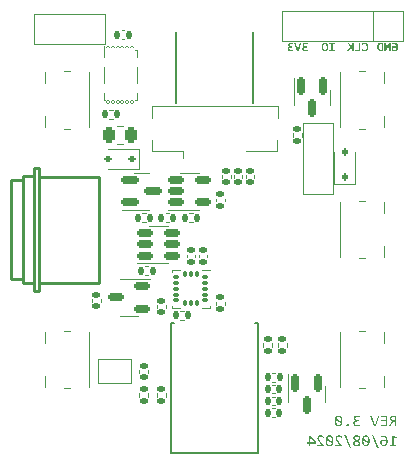
<source format=gbr>
%TF.GenerationSoftware,KiCad,Pcbnew,7.0.1*%
%TF.CreationDate,2024-08-17T13:05:24+01:00*%
%TF.ProjectId,Hardware,48617264-7761-4726-952e-6b696361645f,rev?*%
%TF.SameCoordinates,Original*%
%TF.FileFunction,Legend,Bot*%
%TF.FilePolarity,Positive*%
%FSLAX46Y46*%
G04 Gerber Fmt 4.6, Leading zero omitted, Abs format (unit mm)*
G04 Created by KiCad (PCBNEW 7.0.1) date 2024-08-17 13:05:24*
%MOMM*%
%LPD*%
G01*
G04 APERTURE LIST*
G04 Aperture macros list*
%AMRoundRect*
0 Rectangle with rounded corners*
0 $1 Rounding radius*
0 $2 $3 $4 $5 $6 $7 $8 $9 X,Y pos of 4 corners*
0 Add a 4 corners polygon primitive as box body*
4,1,4,$2,$3,$4,$5,$6,$7,$8,$9,$2,$3,0*
0 Add four circle primitives for the rounded corners*
1,1,$1+$1,$2,$3*
1,1,$1+$1,$4,$5*
1,1,$1+$1,$6,$7*
1,1,$1+$1,$8,$9*
0 Add four rect primitives between the rounded corners*
20,1,$1+$1,$2,$3,$4,$5,0*
20,1,$1+$1,$4,$5,$6,$7,0*
20,1,$1+$1,$6,$7,$8,$9,0*
20,1,$1+$1,$8,$9,$2,$3,0*%
%AMFreePoly0*
4,1,6,1.000000,0.000000,0.500000,-0.750000,-0.500000,-0.750000,-0.500000,0.750000,0.500000,0.750000,1.000000,0.000000,1.000000,0.000000,$1*%
%AMFreePoly1*
4,1,6,0.500000,-0.750000,-0.650000,-0.750000,-0.150000,0.000000,-0.650000,0.750000,0.500000,0.750000,0.500000,-0.750000,0.500000,-0.750000,$1*%
G04 Aperture macros list end*
%ADD10C,0.150000*%
%ADD11C,0.187500*%
%ADD12C,0.120000*%
%ADD13C,0.250000*%
%ADD14C,0.100000*%
%ADD15FreePoly0,0.000000*%
%ADD16FreePoly1,0.000000*%
%ADD17RoundRect,0.135000X0.135000X0.185000X-0.135000X0.185000X-0.135000X-0.185000X0.135000X-0.185000X0*%
%ADD18R,1.000000X0.600000*%
%ADD19R,1.000000X0.300000*%
%ADD20R,2.600000X1.550000*%
%ADD21RoundRect,0.140000X-0.140000X-0.170000X0.140000X-0.170000X0.140000X0.170000X-0.140000X0.170000X0*%
%ADD22RoundRect,0.140000X-0.170000X0.140000X-0.170000X-0.140000X0.170000X-0.140000X0.170000X0.140000X0*%
%ADD23RoundRect,0.135000X0.185000X-0.135000X0.185000X0.135000X-0.185000X0.135000X-0.185000X-0.135000X0*%
%ADD24R,2.300000X2.300000*%
%ADD25O,2.300000X2.300000*%
%ADD26RoundRect,0.112500X0.112500X-0.187500X0.112500X0.187500X-0.112500X0.187500X-0.112500X-0.187500X0*%
%ADD27RoundRect,0.135000X-0.135000X-0.185000X0.135000X-0.185000X0.135000X0.185000X-0.135000X0.185000X0*%
%ADD28RoundRect,0.140000X0.170000X-0.140000X0.170000X0.140000X-0.170000X0.140000X-0.170000X-0.140000X0*%
%ADD29R,1.000000X1.550000*%
%ADD30RoundRect,0.150000X-0.512500X-0.150000X0.512500X-0.150000X0.512500X0.150000X-0.512500X0.150000X0*%
%ADD31RoundRect,0.250000X-0.262500X-0.450000X0.262500X-0.450000X0.262500X0.450000X-0.262500X0.450000X0*%
%ADD32R,0.300000X1.000000*%
%ADD33R,1.650000X1.300000*%
%ADD34RoundRect,0.135000X-0.185000X0.135000X-0.185000X-0.135000X0.185000X-0.135000X0.185000X0.135000X0*%
%ADD35RoundRect,0.087500X0.187500X0.087500X-0.187500X0.087500X-0.187500X-0.087500X0.187500X-0.087500X0*%
%ADD36RoundRect,0.087500X0.087500X0.187500X-0.087500X0.187500X-0.087500X-0.187500X0.087500X-0.187500X0*%
%ADD37RoundRect,0.150000X-0.150000X0.587500X-0.150000X-0.587500X0.150000X-0.587500X0.150000X0.587500X0*%
%ADD38R,0.300000X0.300000*%
%ADD39R,0.350000X0.250000*%
%ADD40R,0.250000X0.350000*%
%ADD41R,0.600000X0.600000*%
%ADD42R,0.430000X0.430000*%
%ADD43RoundRect,0.140000X0.140000X0.170000X-0.140000X0.170000X-0.140000X-0.170000X0.140000X-0.170000X0*%
%ADD44R,1.700000X1.700000*%
%ADD45O,1.700000X1.700000*%
%ADD46RoundRect,0.050000X-0.100000X0.100000X-0.100000X-0.100000X0.100000X-0.100000X0.100000X0.100000X0*%
%ADD47O,0.300000X0.950000*%
%ADD48R,0.575000X0.400000*%
%ADD49R,0.675000X0.400000*%
%ADD50R,1.950000X2.600000*%
%ADD51RoundRect,0.112500X0.187500X0.112500X-0.187500X0.112500X-0.187500X-0.112500X0.187500X-0.112500X0*%
%ADD52RoundRect,0.150000X-0.587500X-0.150000X0.587500X-0.150000X0.587500X0.150000X-0.587500X0.150000X0*%
%ADD53RoundRect,0.150000X0.512500X0.150000X-0.512500X0.150000X-0.512500X-0.150000X0.512500X-0.150000X0*%
G04 APERTURE END LIST*
D10*
X116500000Y-76250000D02*
X116500000Y-70250000D01*
X110000000Y-76250000D02*
X110000000Y-70250000D01*
G36*
X123432644Y-71299748D02*
G01*
X123432644Y-71187201D01*
X122978743Y-71187201D01*
X122978743Y-71299748D01*
X123137013Y-71299748D01*
X123137013Y-71787452D01*
X122978743Y-71787452D01*
X122978743Y-71900000D01*
X123432644Y-71900000D01*
X123432644Y-71787452D01*
X123274375Y-71787452D01*
X123274375Y-71299748D01*
X123432644Y-71299748D01*
G37*
G36*
X122593788Y-71174781D02*
G01*
X122605071Y-71175230D01*
X122616226Y-71176064D01*
X122627254Y-71177282D01*
X122638155Y-71178885D01*
X122648929Y-71180872D01*
X122659576Y-71183244D01*
X122670096Y-71186001D01*
X122680488Y-71189143D01*
X122690754Y-71192669D01*
X122700893Y-71196580D01*
X122707531Y-71199384D01*
X122717289Y-71203935D01*
X122726807Y-71208902D01*
X122736084Y-71214285D01*
X122745120Y-71220083D01*
X122753917Y-71226297D01*
X122762472Y-71232926D01*
X122770788Y-71239972D01*
X122778862Y-71247432D01*
X122786697Y-71255308D01*
X122794291Y-71263600D01*
X122799207Y-71269365D01*
X122806332Y-71278382D01*
X122813159Y-71287841D01*
X122817544Y-71294394D01*
X122821796Y-71301144D01*
X122825915Y-71308090D01*
X122829902Y-71315233D01*
X122833755Y-71322574D01*
X122837476Y-71330111D01*
X122841064Y-71337845D01*
X122844520Y-71345776D01*
X122847842Y-71353904D01*
X122851032Y-71362229D01*
X122854089Y-71370750D01*
X122857013Y-71379469D01*
X122859757Y-71388366D01*
X122862325Y-71397473D01*
X122864715Y-71406788D01*
X122866929Y-71416313D01*
X122868965Y-71426047D01*
X122870825Y-71435990D01*
X122872507Y-71446142D01*
X122874012Y-71456503D01*
X122875340Y-71467074D01*
X122876491Y-71477853D01*
X122877465Y-71488842D01*
X122878262Y-71500040D01*
X122878881Y-71511447D01*
X122879324Y-71523063D01*
X122879590Y-71534888D01*
X122879678Y-71546922D01*
X122879609Y-71557989D01*
X122879400Y-71568890D01*
X122879051Y-71579626D01*
X122878564Y-71590196D01*
X122877937Y-71600600D01*
X122877171Y-71610839D01*
X122876266Y-71620912D01*
X122875221Y-71630819D01*
X122874037Y-71640561D01*
X122872714Y-71650138D01*
X122871251Y-71659548D01*
X122869649Y-71668793D01*
X122867908Y-71677872D01*
X122866027Y-71686786D01*
X122864008Y-71695534D01*
X122861849Y-71704117D01*
X122859550Y-71712534D01*
X122857113Y-71720785D01*
X122854536Y-71728870D01*
X122851819Y-71736790D01*
X122848964Y-71744545D01*
X122845969Y-71752133D01*
X122842835Y-71759556D01*
X122839561Y-71766814D01*
X122832597Y-71780832D01*
X122825075Y-71794187D01*
X122816996Y-71806880D01*
X122808359Y-71818911D01*
X122803821Y-71824669D01*
X122794332Y-71835637D01*
X122784294Y-71845874D01*
X122773706Y-71855380D01*
X122762568Y-71864154D01*
X122750881Y-71872197D01*
X122738645Y-71879509D01*
X122725859Y-71886090D01*
X122712523Y-71891940D01*
X122698638Y-71897058D01*
X122684203Y-71901445D01*
X122669219Y-71905101D01*
X122661521Y-71906655D01*
X122653685Y-71908026D01*
X122645712Y-71909214D01*
X122637602Y-71910220D01*
X122629354Y-71911042D01*
X122620969Y-71911682D01*
X122612446Y-71912139D01*
X122603786Y-71912413D01*
X122594989Y-71912505D01*
X122587397Y-71912420D01*
X122576119Y-71911975D01*
X122564971Y-71911149D01*
X122553954Y-71909942D01*
X122543067Y-71908353D01*
X122532311Y-71906384D01*
X122521685Y-71904033D01*
X122511190Y-71901300D01*
X122500826Y-71898187D01*
X122490591Y-71894692D01*
X122480488Y-71890816D01*
X122473825Y-71887989D01*
X122464035Y-71883405D01*
X122454488Y-71878408D01*
X122445185Y-71873000D01*
X122436126Y-71867179D01*
X122427311Y-71860947D01*
X122418740Y-71854302D01*
X122410413Y-71847245D01*
X122402329Y-71839775D01*
X122394490Y-71831894D01*
X122386894Y-71823600D01*
X122381979Y-71817836D01*
X122374857Y-71808824D01*
X122368038Y-71799371D01*
X122363660Y-71792826D01*
X122359417Y-71786085D01*
X122355307Y-71779148D01*
X122351332Y-71772016D01*
X122347491Y-71764689D01*
X122343785Y-71757166D01*
X122340213Y-71749448D01*
X122336775Y-71741535D01*
X122333472Y-71733426D01*
X122330303Y-71725122D01*
X122327268Y-71716622D01*
X122324368Y-71707927D01*
X122321599Y-71699006D01*
X122319010Y-71689877D01*
X122316599Y-71680541D01*
X122314366Y-71670997D01*
X122312312Y-71661246D01*
X122310437Y-71651287D01*
X122308740Y-71641120D01*
X122307222Y-71630746D01*
X122305882Y-71620164D01*
X122304721Y-71609375D01*
X122303739Y-71598378D01*
X122302935Y-71587173D01*
X122302310Y-71575761D01*
X122301864Y-71564141D01*
X122301596Y-71552314D01*
X122301555Y-71546727D01*
X122444340Y-71546727D01*
X122444372Y-71553930D01*
X122444540Y-71564542D01*
X122444853Y-71574924D01*
X122445310Y-71585077D01*
X122445911Y-71594999D01*
X122446656Y-71604691D01*
X122447546Y-71614153D01*
X122448579Y-71623385D01*
X122449757Y-71632386D01*
X122451080Y-71641158D01*
X122452546Y-71649699D01*
X122454169Y-71657966D01*
X122455960Y-71665984D01*
X122457920Y-71673756D01*
X122460048Y-71681280D01*
X122463147Y-71690928D01*
X122466545Y-71700136D01*
X122470242Y-71708904D01*
X122474238Y-71717233D01*
X122478534Y-71725122D01*
X122483089Y-71732559D01*
X122487962Y-71739532D01*
X122493152Y-71746041D01*
X122498659Y-71752086D01*
X122504485Y-71757667D01*
X122510627Y-71762784D01*
X122517088Y-71767437D01*
X122523865Y-71771625D01*
X122530979Y-71775335D01*
X122538447Y-71778550D01*
X122546269Y-71781270D01*
X122554445Y-71783496D01*
X122562975Y-71785227D01*
X122571859Y-71786463D01*
X122581098Y-71787205D01*
X122590690Y-71787452D01*
X122600194Y-71787213D01*
X122609363Y-71786497D01*
X122618195Y-71785302D01*
X122626692Y-71783630D01*
X122634852Y-71781480D01*
X122642677Y-71778852D01*
X122650166Y-71775746D01*
X122657320Y-71772163D01*
X122664137Y-71768101D01*
X122670619Y-71763562D01*
X122676764Y-71758545D01*
X122682574Y-71753051D01*
X122688048Y-71747078D01*
X122693187Y-71740628D01*
X122697989Y-71733700D01*
X122702456Y-71726294D01*
X122706620Y-71718378D01*
X122710516Y-71709969D01*
X122714143Y-71701068D01*
X122717501Y-71691673D01*
X122720591Y-71681785D01*
X122723412Y-71671403D01*
X122725964Y-71660529D01*
X122728248Y-71649162D01*
X122730263Y-71637302D01*
X122732009Y-71624948D01*
X122733487Y-71612102D01*
X122734696Y-71598763D01*
X122735636Y-71584930D01*
X122736308Y-71570604D01*
X122736711Y-71555786D01*
X122736845Y-71540474D01*
X122736813Y-71533272D01*
X122736645Y-71522663D01*
X122736332Y-71512288D01*
X122735875Y-71502147D01*
X122735274Y-71492239D01*
X122734529Y-71482565D01*
X122733639Y-71473124D01*
X122732606Y-71463917D01*
X122731427Y-71454943D01*
X122730105Y-71446203D01*
X122728639Y-71437697D01*
X122727016Y-71429396D01*
X122725224Y-71421345D01*
X122723265Y-71413546D01*
X122721137Y-71405997D01*
X122718038Y-71396322D01*
X122714640Y-71387093D01*
X122710943Y-71378309D01*
X122706947Y-71369971D01*
X122702651Y-71362079D01*
X122698007Y-71354642D01*
X122693065Y-71347669D01*
X122687822Y-71341160D01*
X122682281Y-71335115D01*
X122676441Y-71329534D01*
X122670301Y-71324417D01*
X122663862Y-71319764D01*
X122657124Y-71315575D01*
X122650060Y-71311866D01*
X122642641Y-71308651D01*
X122634868Y-71305931D01*
X122626740Y-71303705D01*
X122618259Y-71301974D01*
X122609424Y-71300737D01*
X122600234Y-71299996D01*
X122590690Y-71299748D01*
X122581093Y-71299988D01*
X122571841Y-71300707D01*
X122562933Y-71301905D01*
X122554371Y-71303583D01*
X122546154Y-71305740D01*
X122538282Y-71308376D01*
X122530755Y-71311492D01*
X122523572Y-71315087D01*
X122516735Y-71319161D01*
X122510243Y-71323715D01*
X122504095Y-71328748D01*
X122498293Y-71334260D01*
X122492836Y-71340251D01*
X122487723Y-71346722D01*
X122482956Y-71353673D01*
X122478534Y-71361102D01*
X122474393Y-71368994D01*
X122470520Y-71377381D01*
X122466913Y-71386262D01*
X122463574Y-71395638D01*
X122460502Y-71405508D01*
X122457697Y-71415874D01*
X122455159Y-71426733D01*
X122452888Y-71438087D01*
X122450885Y-71449936D01*
X122449148Y-71462280D01*
X122447679Y-71475118D01*
X122446477Y-71488450D01*
X122445542Y-71502278D01*
X122444874Y-71516599D01*
X122444473Y-71531416D01*
X122444340Y-71546727D01*
X122301555Y-71546727D01*
X122301507Y-71540279D01*
X122301576Y-71529176D01*
X122301786Y-71518241D01*
X122302135Y-71507474D01*
X122302624Y-71496874D01*
X122303253Y-71486441D01*
X122304021Y-71476176D01*
X122304929Y-71466079D01*
X122305976Y-71456149D01*
X122307164Y-71446387D01*
X122308490Y-71436792D01*
X122309957Y-71427365D01*
X122311563Y-71418105D01*
X122313309Y-71409013D01*
X122315195Y-71400089D01*
X122317220Y-71391332D01*
X122319385Y-71382742D01*
X122321690Y-71374320D01*
X122324134Y-71366066D01*
X122326718Y-71357979D01*
X122329442Y-71350059D01*
X122332305Y-71342307D01*
X122335308Y-71334723D01*
X122338451Y-71327306D01*
X122341733Y-71320057D01*
X122348717Y-71306061D01*
X122356260Y-71292735D01*
X122364361Y-71280080D01*
X122373021Y-71268094D01*
X122377547Y-71262348D01*
X122387013Y-71251403D01*
X122397030Y-71241188D01*
X122407598Y-71231702D01*
X122418717Y-71222946D01*
X122430388Y-71214919D01*
X122442609Y-71207623D01*
X122455381Y-71201055D01*
X122468705Y-71195218D01*
X122482579Y-71190110D01*
X122497005Y-71185732D01*
X122511982Y-71182084D01*
X122519677Y-71180533D01*
X122527509Y-71179165D01*
X122535480Y-71177979D01*
X122543588Y-71176976D01*
X122551834Y-71176155D01*
X122560218Y-71175517D01*
X122568740Y-71175061D01*
X122577399Y-71174787D01*
X122586196Y-71174696D01*
X122593788Y-71174781D01*
G37*
D11*
G36*
X128633251Y-103650000D02*
G01*
X128510886Y-103650000D01*
X128510886Y-103247487D01*
X128453244Y-103247487D01*
X128446612Y-103247575D01*
X128435409Y-103248151D01*
X128424720Y-103249265D01*
X128414545Y-103250916D01*
X128404884Y-103253105D01*
X128394245Y-103256265D01*
X128384063Y-103260371D01*
X128374339Y-103265424D01*
X128365073Y-103271423D01*
X128359414Y-103275613D01*
X128351712Y-103282219D01*
X128344267Y-103289691D01*
X128337079Y-103298027D01*
X128331123Y-103305861D01*
X128326180Y-103312935D01*
X128320295Y-103322162D01*
X128314462Y-103332197D01*
X128309640Y-103341176D01*
X128304854Y-103350716D01*
X128300104Y-103360816D01*
X128166015Y-103650000D01*
X128028018Y-103650000D01*
X128170167Y-103353000D01*
X128171891Y-103349602D01*
X128177048Y-103339666D01*
X128182183Y-103330116D01*
X128187297Y-103320953D01*
X128192390Y-103312176D01*
X128197461Y-103303785D01*
X128204189Y-103293199D01*
X128210879Y-103283299D01*
X128217531Y-103274087D01*
X128224145Y-103265561D01*
X128230919Y-103257627D01*
X128238051Y-103250311D01*
X128245543Y-103243614D01*
X128253393Y-103237534D01*
X128261602Y-103232073D01*
X128270169Y-103227230D01*
X128279095Y-103223006D01*
X128288381Y-103219399D01*
X128276882Y-103216541D01*
X128265712Y-103213339D01*
X128254870Y-103209794D01*
X128244356Y-103205905D01*
X128234170Y-103201673D01*
X128224313Y-103197097D01*
X128214783Y-103192178D01*
X128205582Y-103186915D01*
X128201110Y-103184137D01*
X128192447Y-103178397D01*
X128184158Y-103172413D01*
X128176243Y-103166185D01*
X128168702Y-103159713D01*
X128161535Y-103152996D01*
X128153103Y-103144257D01*
X128145254Y-103135136D01*
X128142248Y-103131355D01*
X128135141Y-103121677D01*
X128128619Y-103111677D01*
X128122681Y-103101355D01*
X128117328Y-103090711D01*
X128112558Y-103079745D01*
X128108374Y-103068457D01*
X128106147Y-103061506D01*
X128102924Y-103049757D01*
X128100783Y-103040213D01*
X128099031Y-103030539D01*
X128097669Y-103020735D01*
X128096696Y-103010801D01*
X128096112Y-103000737D01*
X128096109Y-103000558D01*
X128223900Y-103000558D01*
X128223914Y-103002809D01*
X128224373Y-103013821D01*
X128225488Y-103024428D01*
X128227259Y-103034630D01*
X128229686Y-103044426D01*
X128232769Y-103053816D01*
X128237334Y-103064549D01*
X128239026Y-103067967D01*
X128244631Y-103077830D01*
X128251025Y-103087109D01*
X128258209Y-103095805D01*
X128266183Y-103103916D01*
X128274947Y-103111444D01*
X128278040Y-103113789D01*
X128286124Y-103119335D01*
X128294708Y-103124427D01*
X128303793Y-103129066D01*
X128313379Y-103133252D01*
X128323466Y-103136985D01*
X128334054Y-103140265D01*
X128336230Y-103140851D01*
X128347360Y-103143502D01*
X128358908Y-103145688D01*
X128370874Y-103147409D01*
X128380746Y-103148451D01*
X128390886Y-103149195D01*
X128401293Y-103149641D01*
X128411967Y-103149790D01*
X128510886Y-103149790D01*
X128510886Y-102860607D01*
X128395603Y-102860607D01*
X128385520Y-102860743D01*
X128370934Y-102861459D01*
X128356997Y-102862790D01*
X128343709Y-102864734D01*
X128331069Y-102867292D01*
X128319077Y-102870464D01*
X128307733Y-102874250D01*
X128297038Y-102878650D01*
X128286990Y-102883664D01*
X128277592Y-102889292D01*
X128268841Y-102895533D01*
X128263399Y-102900008D01*
X128255894Y-102907242D01*
X128249180Y-102915103D01*
X128243255Y-102923591D01*
X128238120Y-102932706D01*
X128233775Y-102942448D01*
X128230220Y-102952816D01*
X128227455Y-102963811D01*
X128225480Y-102975433D01*
X128224295Y-102987682D01*
X128223900Y-103000558D01*
X128096109Y-103000558D01*
X128095917Y-102990544D01*
X128096180Y-102977740D01*
X128096970Y-102965219D01*
X128098287Y-102952980D01*
X128100130Y-102941024D01*
X128102500Y-102929350D01*
X128105397Y-102917958D01*
X128108820Y-102906849D01*
X128112770Y-102896022D01*
X128117285Y-102885531D01*
X128122402Y-102875429D01*
X128128123Y-102865717D01*
X128134446Y-102856393D01*
X128141373Y-102847459D01*
X128148903Y-102838915D01*
X128157035Y-102830759D01*
X128165771Y-102822993D01*
X128168050Y-102821113D01*
X128177562Y-102813857D01*
X128187707Y-102807020D01*
X128198487Y-102800603D01*
X128209899Y-102794605D01*
X128218874Y-102790383D01*
X128228206Y-102786397D01*
X128237894Y-102782646D01*
X128247938Y-102779132D01*
X128258339Y-102775854D01*
X128265446Y-102773814D01*
X128276430Y-102770999D01*
X128287800Y-102768481D01*
X128299557Y-102766259D01*
X128311700Y-102764334D01*
X128324229Y-102762705D01*
X128337145Y-102761372D01*
X128350447Y-102760335D01*
X128364136Y-102759594D01*
X128378211Y-102759150D01*
X128392672Y-102759002D01*
X128633251Y-102759002D01*
X128633251Y-103650000D01*
G37*
G36*
X127332658Y-103650000D02*
G01*
X127843126Y-103650000D01*
X127843126Y-102759002D01*
X127332658Y-102759002D01*
X127332658Y-102860607D01*
X127720760Y-102860607D01*
X127720760Y-103141974D01*
X127347801Y-103141974D01*
X127347801Y-103243579D01*
X127720760Y-103243579D01*
X127720760Y-103544487D01*
X127332658Y-103544487D01*
X127332658Y-103650000D01*
G37*
G36*
X126441416Y-102759002D02*
G01*
X126746475Y-103650000D01*
X126911339Y-103650000D01*
X127209560Y-102759002D01*
X127071318Y-102759002D01*
X126877634Y-103359595D01*
X126822679Y-103535450D01*
X126766503Y-103359595D01*
X126572086Y-102759002D01*
X126441416Y-102759002D01*
G37*
G36*
X124999162Y-103383042D02*
G01*
X124999375Y-103393971D01*
X125000012Y-103404775D01*
X125001075Y-103415455D01*
X125002562Y-103426010D01*
X125004475Y-103436440D01*
X125006813Y-103446747D01*
X125009576Y-103456928D01*
X125012763Y-103466985D01*
X125016376Y-103476918D01*
X125020414Y-103486726D01*
X125023342Y-103493196D01*
X125028043Y-103502701D01*
X125033168Y-103511983D01*
X125038719Y-103521042D01*
X125044694Y-103529878D01*
X125051095Y-103538490D01*
X125057921Y-103546879D01*
X125065171Y-103555045D01*
X125072847Y-103562988D01*
X125080948Y-103570707D01*
X125089474Y-103578204D01*
X125095394Y-103583077D01*
X125104632Y-103590125D01*
X125114304Y-103596890D01*
X125124410Y-103603372D01*
X125134950Y-103609570D01*
X125145923Y-103615484D01*
X125157329Y-103621116D01*
X125169170Y-103626464D01*
X125181444Y-103631529D01*
X125194151Y-103636310D01*
X125207292Y-103640808D01*
X125216294Y-103643649D01*
X125230154Y-103647578D01*
X125239629Y-103649982D01*
X125249294Y-103652214D01*
X125259148Y-103654275D01*
X125269190Y-103656164D01*
X125279422Y-103657882D01*
X125289842Y-103659427D01*
X125300452Y-103660801D01*
X125311250Y-103662003D01*
X125322237Y-103663034D01*
X125333413Y-103663892D01*
X125344778Y-103664579D01*
X125356332Y-103665094D01*
X125368074Y-103665438D01*
X125380006Y-103665610D01*
X125386043Y-103665631D01*
X125395978Y-103665592D01*
X125408930Y-103665421D01*
X125421547Y-103665112D01*
X125433828Y-103664665D01*
X125445773Y-103664081D01*
X125457382Y-103663360D01*
X125468655Y-103662501D01*
X125479593Y-103661505D01*
X125482274Y-103661235D01*
X125492815Y-103660097D01*
X125503188Y-103658884D01*
X125513393Y-103657594D01*
X125523429Y-103656228D01*
X125533298Y-103654785D01*
X125542999Y-103653266D01*
X125554889Y-103651260D01*
X125561898Y-103650000D01*
X125561898Y-103544487D01*
X125551139Y-103546326D01*
X125540236Y-103548059D01*
X125529188Y-103549684D01*
X125517995Y-103551203D01*
X125506657Y-103552615D01*
X125495174Y-103553920D01*
X125483545Y-103555119D01*
X125471772Y-103556210D01*
X125459896Y-103557126D01*
X125447958Y-103557920D01*
X125435960Y-103558592D01*
X125423900Y-103559141D01*
X125411780Y-103559569D01*
X125399598Y-103559874D01*
X125387356Y-103560057D01*
X125375052Y-103560118D01*
X125362586Y-103560015D01*
X125350468Y-103559706D01*
X125338698Y-103559191D01*
X125327276Y-103558469D01*
X125316201Y-103557542D01*
X125305474Y-103556409D01*
X125295095Y-103555069D01*
X125285064Y-103553524D01*
X125275380Y-103551772D01*
X125263009Y-103549116D01*
X125260013Y-103548394D01*
X125248324Y-103545242D01*
X125237192Y-103541769D01*
X125226617Y-103537976D01*
X125216599Y-103533862D01*
X125207139Y-103529427D01*
X125198235Y-103524672D01*
X125187890Y-103518278D01*
X125182100Y-103514200D01*
X125173041Y-103507022D01*
X125164793Y-103499379D01*
X125157356Y-103491271D01*
X125150730Y-103482697D01*
X125144915Y-103473658D01*
X125139911Y-103464155D01*
X125138136Y-103460223D01*
X125134126Y-103450104D01*
X125130795Y-103439591D01*
X125128144Y-103428685D01*
X125126172Y-103417385D01*
X125124881Y-103405692D01*
X125124269Y-103393605D01*
X125124214Y-103388660D01*
X125124620Y-103377520D01*
X125125836Y-103366845D01*
X125127864Y-103356635D01*
X125130702Y-103346890D01*
X125134351Y-103337611D01*
X125138812Y-103328796D01*
X125140823Y-103325401D01*
X125146271Y-103317149D01*
X125152386Y-103309339D01*
X125159170Y-103301970D01*
X125166621Y-103295042D01*
X125174740Y-103288556D01*
X125183527Y-103282510D01*
X125187229Y-103280216D01*
X125196827Y-103274718D01*
X125206997Y-103269673D01*
X125217740Y-103265082D01*
X125229056Y-103260944D01*
X125238520Y-103257959D01*
X125248351Y-103255265D01*
X125258548Y-103252861D01*
X125269054Y-103250685D01*
X125279812Y-103248800D01*
X125290822Y-103247205D01*
X125302084Y-103245900D01*
X125313598Y-103244885D01*
X125325364Y-103244159D01*
X125337381Y-103243724D01*
X125349651Y-103243579D01*
X125451988Y-103243579D01*
X125451988Y-103145882D01*
X125348185Y-103145882D01*
X125338164Y-103145714D01*
X125328371Y-103145211D01*
X125316452Y-103144109D01*
X125304891Y-103142482D01*
X125293688Y-103140331D01*
X125282843Y-103137654D01*
X125274424Y-103135136D01*
X125264206Y-103131551D01*
X125254465Y-103127513D01*
X125245201Y-103123021D01*
X125236413Y-103118077D01*
X125228104Y-103112679D01*
X125220271Y-103106828D01*
X125217271Y-103104361D01*
X125208773Y-103096524D01*
X125201048Y-103088035D01*
X125194096Y-103078893D01*
X125187916Y-103069098D01*
X125183357Y-103060438D01*
X125180879Y-103055024D01*
X125177220Y-103045598D01*
X125174181Y-103035790D01*
X125171763Y-103025600D01*
X125169964Y-103015029D01*
X125168786Y-103004076D01*
X125168228Y-102992742D01*
X125168178Y-102988101D01*
X125168565Y-102974802D01*
X125169724Y-102962198D01*
X125171656Y-102950290D01*
X125174361Y-102939077D01*
X125177838Y-102928560D01*
X125182089Y-102918738D01*
X125187112Y-102909612D01*
X125192908Y-102901181D01*
X125199477Y-102893446D01*
X125206818Y-102886407D01*
X125212142Y-102882100D01*
X125220748Y-102876164D01*
X125230079Y-102870811D01*
X125240137Y-102866043D01*
X125250919Y-102861858D01*
X125262428Y-102858258D01*
X125274661Y-102855241D01*
X125287621Y-102852808D01*
X125301306Y-102850959D01*
X125315716Y-102849694D01*
X125325726Y-102849175D01*
X125336059Y-102848915D01*
X125341346Y-102848883D01*
X125352746Y-102849005D01*
X125364229Y-102849371D01*
X125375796Y-102849982D01*
X125387447Y-102850837D01*
X125399182Y-102851936D01*
X125411001Y-102853279D01*
X125422904Y-102854867D01*
X125434891Y-102856699D01*
X125446970Y-102858775D01*
X125459270Y-102861095D01*
X125471791Y-102863660D01*
X125484534Y-102866468D01*
X125494236Y-102868735D01*
X125504063Y-102871140D01*
X125514014Y-102873681D01*
X125524090Y-102876360D01*
X125534290Y-102879177D01*
X125537718Y-102880146D01*
X125537718Y-102774633D01*
X125527414Y-102771498D01*
X125516807Y-102768502D01*
X125505896Y-102765647D01*
X125496302Y-102763312D01*
X125488136Y-102761444D01*
X125478161Y-102759315D01*
X125468204Y-102757322D01*
X125458263Y-102755468D01*
X125448340Y-102753750D01*
X125438434Y-102752170D01*
X125435136Y-102751674D01*
X125425252Y-102750269D01*
X125415386Y-102748984D01*
X125405537Y-102747819D01*
X125395706Y-102746774D01*
X125385891Y-102745850D01*
X125382623Y-102745568D01*
X125371283Y-102744712D01*
X125360130Y-102744066D01*
X125349164Y-102743630D01*
X125338385Y-102743404D01*
X125332309Y-102743370D01*
X125319087Y-102743507D01*
X125306166Y-102743920D01*
X125293545Y-102744607D01*
X125281224Y-102745568D01*
X125269205Y-102746805D01*
X125257485Y-102748316D01*
X125246066Y-102750102D01*
X125234948Y-102752163D01*
X125224130Y-102754498D01*
X125213613Y-102757109D01*
X125206769Y-102759002D01*
X125196715Y-102762051D01*
X125186979Y-102765336D01*
X125177561Y-102768857D01*
X125168461Y-102772614D01*
X125156821Y-102777991D01*
X125145746Y-102783788D01*
X125135236Y-102790005D01*
X125125291Y-102796642D01*
X125115910Y-102803698D01*
X125107091Y-102811159D01*
X125098828Y-102819009D01*
X125091123Y-102827248D01*
X125083975Y-102835877D01*
X125077385Y-102844895D01*
X125071351Y-102854302D01*
X125065875Y-102864099D01*
X125060956Y-102874284D01*
X125056605Y-102884829D01*
X125052834Y-102895701D01*
X125049644Y-102906902D01*
X125047034Y-102918431D01*
X125045003Y-102930288D01*
X125043553Y-102942474D01*
X125042683Y-102954987D01*
X125042393Y-102967829D01*
X125042741Y-102982173D01*
X125043784Y-102996079D01*
X125045523Y-103009548D01*
X125047957Y-103022578D01*
X125051087Y-103035170D01*
X125054912Y-103047325D01*
X125059433Y-103059041D01*
X125064650Y-103070320D01*
X125070562Y-103081160D01*
X125077169Y-103091563D01*
X125081960Y-103098255D01*
X125089635Y-103107914D01*
X125097820Y-103117200D01*
X125106516Y-103126112D01*
X125115723Y-103134651D01*
X125125441Y-103142816D01*
X125135670Y-103150608D01*
X125146410Y-103158026D01*
X125157660Y-103165071D01*
X125169422Y-103171742D01*
X125181695Y-103178039D01*
X125190160Y-103182030D01*
X125179269Y-103183978D01*
X125168426Y-103186462D01*
X125157631Y-103189483D01*
X125146883Y-103193040D01*
X125136183Y-103197134D01*
X125125531Y-103201765D01*
X125121284Y-103203768D01*
X125110771Y-103209108D01*
X125100604Y-103214902D01*
X125090783Y-103221149D01*
X125081308Y-103227849D01*
X125072179Y-103235002D01*
X125063395Y-103242608D01*
X125059979Y-103245778D01*
X125051757Y-103253948D01*
X125044036Y-103262584D01*
X125036816Y-103271684D01*
X125030097Y-103281250D01*
X125023879Y-103291281D01*
X125018162Y-103301777D01*
X125016015Y-103306106D01*
X125011160Y-103317129D01*
X125007128Y-103328522D01*
X125003918Y-103340284D01*
X125001943Y-103349960D01*
X125000495Y-103359873D01*
X124999574Y-103370023D01*
X124999179Y-103380409D01*
X124999162Y-103383042D01*
G37*
G36*
X124524354Y-103435066D02*
G01*
X124514224Y-103435498D01*
X124504352Y-103436796D01*
X124494736Y-103438958D01*
X124485378Y-103441985D01*
X124480146Y-103444103D01*
X124471225Y-103448384D01*
X124461688Y-103454078D01*
X124452854Y-103460626D01*
X124444721Y-103468030D01*
X124443754Y-103469016D01*
X124436366Y-103477289D01*
X124429832Y-103486235D01*
X124424153Y-103495852D01*
X124419886Y-103504818D01*
X124419330Y-103506140D01*
X124415808Y-103515482D01*
X124413152Y-103525127D01*
X124411360Y-103535077D01*
X124410434Y-103545330D01*
X124410293Y-103551325D01*
X124410725Y-103561550D01*
X124412022Y-103571495D01*
X124414184Y-103581158D01*
X124417212Y-103590542D01*
X124419330Y-103595778D01*
X124423504Y-103604615D01*
X124429075Y-103614114D01*
X124435502Y-103622971D01*
X124442784Y-103631188D01*
X124443754Y-103632170D01*
X124451799Y-103639467D01*
X124460546Y-103645969D01*
X124469995Y-103651679D01*
X124478839Y-103656023D01*
X124480146Y-103656594D01*
X124489357Y-103660115D01*
X124498826Y-103662772D01*
X124508551Y-103664563D01*
X124518534Y-103665490D01*
X124524354Y-103665631D01*
X124534674Y-103665199D01*
X124544690Y-103663901D01*
X124554402Y-103661739D01*
X124563811Y-103658712D01*
X124569050Y-103656594D01*
X124579003Y-103651679D01*
X124588346Y-103645969D01*
X124597077Y-103639467D01*
X124605198Y-103632170D01*
X124612495Y-103624033D01*
X124618998Y-103615256D01*
X124624707Y-103605837D01*
X124629052Y-103597070D01*
X124629623Y-103595778D01*
X124633049Y-103586555D01*
X124635633Y-103577051D01*
X124637376Y-103567267D01*
X124638278Y-103557202D01*
X124638415Y-103551325D01*
X124637995Y-103540899D01*
X124636732Y-103530776D01*
X124634629Y-103520957D01*
X124631683Y-103511441D01*
X124629623Y-103506140D01*
X124625365Y-103497101D01*
X124620500Y-103488576D01*
X124614195Y-103479463D01*
X124607097Y-103471021D01*
X124605198Y-103469016D01*
X124597077Y-103461505D01*
X124588346Y-103454849D01*
X124579003Y-103449049D01*
X124569050Y-103444103D01*
X124559816Y-103440582D01*
X124550277Y-103437925D01*
X124540435Y-103436134D01*
X124530288Y-103435207D01*
X124524354Y-103435066D01*
G37*
G36*
X123753351Y-102743501D02*
G01*
X123763518Y-102743893D01*
X123773524Y-102744546D01*
X123783367Y-102745461D01*
X123797828Y-102747324D01*
X123811923Y-102749775D01*
X123825654Y-102752814D01*
X123839020Y-102756441D01*
X123852021Y-102760656D01*
X123864657Y-102765460D01*
X123876928Y-102770851D01*
X123888834Y-102776831D01*
X123896568Y-102781091D01*
X123907861Y-102787885D01*
X123918784Y-102795165D01*
X123929339Y-102802929D01*
X123939524Y-102811179D01*
X123949340Y-102819914D01*
X123958787Y-102829134D01*
X123967864Y-102838839D01*
X123976573Y-102849029D01*
X123984912Y-102859704D01*
X123992882Y-102870865D01*
X123997992Y-102878533D01*
X124005356Y-102890396D01*
X124012360Y-102902693D01*
X124019003Y-102915423D01*
X124025286Y-102928587D01*
X124029274Y-102937604D01*
X124033101Y-102946814D01*
X124036769Y-102956216D01*
X124040276Y-102965811D01*
X124043623Y-102975599D01*
X124046810Y-102985580D01*
X124049836Y-102995753D01*
X124052702Y-103006119D01*
X124055408Y-103016678D01*
X124057922Y-103027402D01*
X124060274Y-103038263D01*
X124062463Y-103049261D01*
X124064491Y-103060397D01*
X124066356Y-103071671D01*
X124068059Y-103083081D01*
X124069600Y-103094629D01*
X124070978Y-103106315D01*
X124072195Y-103118138D01*
X124073249Y-103130098D01*
X124074141Y-103142196D01*
X124074871Y-103154431D01*
X124075439Y-103166803D01*
X124075844Y-103179313D01*
X124076087Y-103191960D01*
X124076168Y-103204745D01*
X124076081Y-103219578D01*
X124075817Y-103234157D01*
X124075378Y-103248482D01*
X124074764Y-103262554D01*
X124073974Y-103276372D01*
X124073008Y-103289936D01*
X124071867Y-103303246D01*
X124070551Y-103316303D01*
X124069059Y-103329105D01*
X124067391Y-103341654D01*
X124065548Y-103353950D01*
X124063529Y-103365991D01*
X124061334Y-103377778D01*
X124058965Y-103389312D01*
X124056419Y-103400592D01*
X124053698Y-103411618D01*
X124052260Y-103417038D01*
X124049272Y-103427697D01*
X124046135Y-103438115D01*
X124042849Y-103448294D01*
X124039414Y-103458231D01*
X124035831Y-103467928D01*
X124032098Y-103477385D01*
X124028217Y-103486602D01*
X124024187Y-103495577D01*
X124017863Y-103508591D01*
X124011204Y-103521063D01*
X124004210Y-103532994D01*
X123996882Y-103544384D01*
X123989218Y-103555233D01*
X123983900Y-103562142D01*
X123975672Y-103572079D01*
X123967144Y-103581505D01*
X123958316Y-103590420D01*
X123949187Y-103598824D01*
X123939757Y-103606717D01*
X123930027Y-103614100D01*
X123919997Y-103620971D01*
X123909665Y-103627332D01*
X123899034Y-103633181D01*
X123888101Y-103638520D01*
X123880662Y-103641803D01*
X123869314Y-103646330D01*
X123857739Y-103650381D01*
X123845936Y-103653955D01*
X123833905Y-103657053D01*
X123821647Y-103659674D01*
X123809161Y-103661819D01*
X123796448Y-103663487D01*
X123783507Y-103664678D01*
X123770339Y-103665393D01*
X123756943Y-103665631D01*
X123746555Y-103665501D01*
X123736335Y-103665112D01*
X123726283Y-103664463D01*
X123716399Y-103663555D01*
X123701887Y-103661706D01*
X123687754Y-103659273D01*
X123673998Y-103656256D01*
X123660620Y-103652656D01*
X123647619Y-103648471D01*
X123634997Y-103643703D01*
X123622753Y-103638350D01*
X123610886Y-103632414D01*
X123603181Y-103628125D01*
X123591924Y-103621295D01*
X123581027Y-103613989D01*
X123570491Y-103606206D01*
X123560316Y-103597946D01*
X123550501Y-103589210D01*
X123541048Y-103579997D01*
X123531954Y-103570308D01*
X123523222Y-103560142D01*
X123514850Y-103549500D01*
X123506838Y-103538381D01*
X123501671Y-103530685D01*
X123494235Y-103518791D01*
X123487177Y-103506476D01*
X123480496Y-103493741D01*
X123474194Y-103480585D01*
X123470202Y-103471580D01*
X123466378Y-103462389D01*
X123462722Y-103453010D01*
X123459234Y-103443444D01*
X123455914Y-103433692D01*
X123452761Y-103423752D01*
X123449777Y-103413626D01*
X123446961Y-103403312D01*
X123444312Y-103392812D01*
X123441828Y-103382117D01*
X123439504Y-103371280D01*
X123437340Y-103360303D01*
X123435336Y-103349184D01*
X123433493Y-103337924D01*
X123431810Y-103326523D01*
X123430287Y-103314980D01*
X123428925Y-103303297D01*
X123427723Y-103291472D01*
X123426681Y-103279506D01*
X123425799Y-103267399D01*
X123425078Y-103255150D01*
X123424517Y-103242761D01*
X123424116Y-103230230D01*
X123423876Y-103217558D01*
X123423839Y-103211584D01*
X123544696Y-103211584D01*
X123544752Y-103222341D01*
X123544921Y-103232936D01*
X123545203Y-103243369D01*
X123545597Y-103253639D01*
X123546103Y-103263748D01*
X123546722Y-103273694D01*
X123547454Y-103283478D01*
X123548763Y-103297850D01*
X123550325Y-103311857D01*
X123552140Y-103325499D01*
X123554209Y-103338776D01*
X123556531Y-103351688D01*
X123559106Y-103364235D01*
X123560956Y-103372395D01*
X123563914Y-103384319D01*
X123567090Y-103395865D01*
X123570485Y-103407033D01*
X123574100Y-103417824D01*
X123577933Y-103428237D01*
X123581985Y-103438271D01*
X123586256Y-103447929D01*
X123590746Y-103457208D01*
X123595455Y-103466109D01*
X123600383Y-103474633D01*
X123607218Y-103485349D01*
X123614412Y-103495394D01*
X123621964Y-103504767D01*
X123629876Y-103513468D01*
X123638146Y-103521497D01*
X123646774Y-103528855D01*
X123655762Y-103535541D01*
X123665108Y-103541556D01*
X123674771Y-103546822D01*
X123684708Y-103551386D01*
X123694921Y-103555249D01*
X123705408Y-103558408D01*
X123716170Y-103560866D01*
X123727206Y-103562622D01*
X123738518Y-103563675D01*
X123750104Y-103564026D01*
X123752371Y-103564014D01*
X123763476Y-103563605D01*
X123774200Y-103562612D01*
X123784542Y-103561034D01*
X123794503Y-103558872D01*
X123804082Y-103556125D01*
X123815073Y-103552058D01*
X123818591Y-103550494D01*
X123828872Y-103545357D01*
X123838741Y-103539549D01*
X123848198Y-103533072D01*
X123857243Y-103525925D01*
X123865875Y-103518108D01*
X123868629Y-103515358D01*
X123875295Y-103508189D01*
X123881652Y-103500603D01*
X123887698Y-103492600D01*
X123893435Y-103484179D01*
X123898861Y-103475340D01*
X123903977Y-103466085D01*
X123905910Y-103462277D01*
X123910559Y-103452566D01*
X123914945Y-103442580D01*
X123919069Y-103432320D01*
X123922931Y-103421786D01*
X123926530Y-103410978D01*
X123929867Y-103399895D01*
X123550069Y-103122435D01*
X123549947Y-103123779D01*
X123548990Y-103134602D01*
X123548062Y-103145547D01*
X123547165Y-103156615D01*
X123546406Y-103166399D01*
X123546005Y-103172020D01*
X123545432Y-103181876D01*
X123545023Y-103191755D01*
X123544778Y-103201658D01*
X123544696Y-103211584D01*
X123423839Y-103211584D01*
X123423796Y-103204745D01*
X123423884Y-103189941D01*
X123424151Y-103175390D01*
X123424594Y-103161090D01*
X123425215Y-103147042D01*
X123426014Y-103133247D01*
X123426990Y-103119702D01*
X123428143Y-103106410D01*
X123429474Y-103093370D01*
X123430983Y-103080582D01*
X123432669Y-103068045D01*
X123434532Y-103055760D01*
X123436573Y-103043728D01*
X123438791Y-103031947D01*
X123441187Y-103020418D01*
X123443760Y-103009141D01*
X123443769Y-103009106D01*
X123572784Y-103009106D01*
X123952581Y-103282658D01*
X123953450Y-103274372D01*
X123954291Y-103263546D01*
X123954780Y-103253761D01*
X123955024Y-103243824D01*
X123955131Y-103233703D01*
X123955207Y-103223613D01*
X123955253Y-103213553D01*
X123955268Y-103203524D01*
X123955212Y-103192585D01*
X123955043Y-103181813D01*
X123954762Y-103171206D01*
X123954368Y-103160766D01*
X123953861Y-103150491D01*
X123953242Y-103140383D01*
X123952510Y-103130441D01*
X123951201Y-103115838D01*
X123949639Y-103101609D01*
X123947824Y-103087754D01*
X123945755Y-103074272D01*
X123943433Y-103061164D01*
X123940858Y-103048429D01*
X123939009Y-103040148D01*
X123936056Y-103028041D01*
X123932889Y-103016311D01*
X123929508Y-103004960D01*
X123925911Y-102993986D01*
X123922100Y-102983390D01*
X123918075Y-102973172D01*
X123913834Y-102963332D01*
X123909379Y-102953869D01*
X123904709Y-102944785D01*
X123899825Y-102936078D01*
X123892933Y-102925075D01*
X123885689Y-102914783D01*
X123878095Y-102905200D01*
X123870150Y-102896327D01*
X123861853Y-102888164D01*
X123853205Y-102880711D01*
X123844206Y-102873967D01*
X123834856Y-102867934D01*
X123825197Y-102862553D01*
X123815271Y-102857889D01*
X123805078Y-102853943D01*
X123794617Y-102850715D01*
X123783890Y-102848204D01*
X123772895Y-102846410D01*
X123761633Y-102845334D01*
X123750104Y-102844975D01*
X123747913Y-102844987D01*
X123737164Y-102845404D01*
X123726761Y-102846418D01*
X123716704Y-102848028D01*
X123706993Y-102850234D01*
X123697627Y-102853037D01*
X123686845Y-102857187D01*
X123683329Y-102858722D01*
X123673076Y-102863797D01*
X123663270Y-102869576D01*
X123653911Y-102876059D01*
X123644998Y-102883246D01*
X123636531Y-102891137D01*
X123635164Y-102892504D01*
X123627218Y-102901045D01*
X123620938Y-102908608D01*
X123614968Y-102916577D01*
X123609308Y-102924951D01*
X123603958Y-102933731D01*
X123598918Y-102942916D01*
X123596955Y-102946667D01*
X123592241Y-102956268D01*
X123587801Y-102966192D01*
X123583635Y-102976438D01*
X123579744Y-102987005D01*
X123576127Y-102997895D01*
X123572784Y-103009106D01*
X123443769Y-103009106D01*
X123446510Y-102998115D01*
X123447934Y-102992695D01*
X123450895Y-102982035D01*
X123454009Y-102971612D01*
X123457276Y-102961429D01*
X123460695Y-102951483D01*
X123464268Y-102941777D01*
X123467992Y-102932308D01*
X123471870Y-102923079D01*
X123475900Y-102914087D01*
X123482231Y-102901048D01*
X123488906Y-102888545D01*
X123495924Y-102876579D01*
X123503285Y-102865149D01*
X123510990Y-102854256D01*
X123516279Y-102847289D01*
X123524466Y-102837270D01*
X123532957Y-102827771D01*
X123541753Y-102818792D01*
X123550854Y-102810332D01*
X123560260Y-102802391D01*
X123569971Y-102794970D01*
X123579987Y-102788069D01*
X123590307Y-102781687D01*
X123600933Y-102775824D01*
X123611863Y-102770481D01*
X123619302Y-102767198D01*
X123630650Y-102762671D01*
X123642225Y-102758620D01*
X123654028Y-102755046D01*
X123666059Y-102751948D01*
X123678317Y-102749327D01*
X123690803Y-102747183D01*
X123703516Y-102745515D01*
X123716457Y-102744323D01*
X123729625Y-102743608D01*
X123743021Y-102743370D01*
X123753351Y-102743501D01*
G37*
G36*
X128065143Y-105330000D02*
G01*
X128629099Y-105330000D01*
X128629099Y-105216671D01*
X128398290Y-105216671D01*
X128398290Y-104556238D01*
X128613224Y-104689106D01*
X128657187Y-104587501D01*
X128371423Y-104439002D01*
X128265666Y-104439002D01*
X128265666Y-105216671D01*
X128065143Y-105216671D01*
X128065143Y-105330000D01*
G37*
G36*
X127447794Y-104439075D02*
G01*
X127458955Y-104439295D01*
X127469944Y-104439663D01*
X127480761Y-104440177D01*
X127491407Y-104440838D01*
X127501880Y-104441646D01*
X127512182Y-104442601D01*
X127522313Y-104443703D01*
X127532271Y-104444952D01*
X127542058Y-104446348D01*
X127556417Y-104448717D01*
X127570389Y-104451417D01*
X127583974Y-104454447D01*
X127597173Y-104457808D01*
X127605773Y-104460218D01*
X127618409Y-104464055D01*
X127630726Y-104468158D01*
X127642726Y-104472527D01*
X127654408Y-104477163D01*
X127665773Y-104482064D01*
X127676819Y-104487232D01*
X127687548Y-104492666D01*
X127697960Y-104498366D01*
X127708053Y-104504332D01*
X127717829Y-104510565D01*
X127724145Y-104514831D01*
X127733376Y-104521432D01*
X127742315Y-104528272D01*
X127750961Y-104535353D01*
X127759316Y-104542675D01*
X127767379Y-104550237D01*
X127775150Y-104558039D01*
X127782629Y-104566082D01*
X127789816Y-104574366D01*
X127796711Y-104582889D01*
X127803314Y-104591653D01*
X127807536Y-104597584D01*
X127813672Y-104606623D01*
X127819572Y-104615833D01*
X127825235Y-104625216D01*
X127830663Y-104634770D01*
X127835854Y-104644496D01*
X127840809Y-104654393D01*
X127845528Y-104664463D01*
X127850011Y-104674704D01*
X127854258Y-104685116D01*
X127858269Y-104695701D01*
X127860789Y-104702814D01*
X127864400Y-104713599D01*
X127867810Y-104724521D01*
X127871017Y-104735581D01*
X127874023Y-104746778D01*
X127876828Y-104758113D01*
X127879430Y-104769584D01*
X127881831Y-104781193D01*
X127884030Y-104792940D01*
X127886027Y-104804824D01*
X127887822Y-104816845D01*
X127888887Y-104824891D01*
X127890355Y-104837020D01*
X127891669Y-104849223D01*
X127892828Y-104861498D01*
X127893833Y-104873846D01*
X127894683Y-104886268D01*
X127895379Y-104898762D01*
X127895919Y-104911329D01*
X127896306Y-104923970D01*
X127896538Y-104936683D01*
X127896615Y-104949469D01*
X127896596Y-104955808D01*
X127896441Y-104968328D01*
X127896132Y-104980635D01*
X127895668Y-104992731D01*
X127895050Y-105004615D01*
X127894277Y-105016287D01*
X127893350Y-105027747D01*
X127892268Y-105038996D01*
X127891032Y-105050033D01*
X127889640Y-105060857D01*
X127888095Y-105071471D01*
X127886395Y-105081872D01*
X127884540Y-105092061D01*
X127882531Y-105102039D01*
X127880367Y-105111805D01*
X127876831Y-105126057D01*
X127874256Y-105135269D01*
X127870125Y-105148716D01*
X127865672Y-105161716D01*
X127860898Y-105174270D01*
X127855801Y-105186377D01*
X127850382Y-105198038D01*
X127844641Y-105209252D01*
X127838578Y-105220020D01*
X127832193Y-105230341D01*
X127825486Y-105240215D01*
X127818457Y-105249644D01*
X127813562Y-105255651D01*
X127805951Y-105264295D01*
X127798017Y-105272496D01*
X127789762Y-105280254D01*
X127781184Y-105287571D01*
X127772285Y-105294445D01*
X127763064Y-105300877D01*
X127753520Y-105306867D01*
X127743655Y-105312415D01*
X127733468Y-105317520D01*
X127722958Y-105322184D01*
X127715747Y-105325023D01*
X127704681Y-105328939D01*
X127693313Y-105332442D01*
X127681646Y-105335533D01*
X127669677Y-105338212D01*
X127657408Y-105340479D01*
X127644839Y-105342334D01*
X127631969Y-105343776D01*
X127618798Y-105344807D01*
X127605327Y-105345425D01*
X127591556Y-105345631D01*
X127582781Y-105345541D01*
X127569802Y-105345071D01*
X127557041Y-105344196D01*
X127544500Y-105342918D01*
X127532177Y-105341237D01*
X127520073Y-105339151D01*
X127508189Y-105336663D01*
X127496523Y-105333770D01*
X127485076Y-105330475D01*
X127473849Y-105326775D01*
X127462840Y-105322672D01*
X127455640Y-105319737D01*
X127445092Y-105315086D01*
X127434843Y-105310140D01*
X127424896Y-105304897D01*
X127415249Y-105299358D01*
X127405902Y-105293522D01*
X127396856Y-105287391D01*
X127388110Y-105280963D01*
X127379665Y-105274239D01*
X127371521Y-105267218D01*
X127363677Y-105259902D01*
X127358592Y-105254840D01*
X127351243Y-105247044D01*
X127344229Y-105239004D01*
X127337550Y-105230718D01*
X127331206Y-105222188D01*
X127325197Y-105213413D01*
X127319523Y-105204394D01*
X127314183Y-105195130D01*
X127309179Y-105185620D01*
X127304509Y-105175867D01*
X127300174Y-105165868D01*
X127297453Y-105159092D01*
X127293701Y-105148815D01*
X127290343Y-105138406D01*
X127287381Y-105127864D01*
X127284813Y-105117189D01*
X127282641Y-105106380D01*
X127280864Y-105095439D01*
X127279481Y-105084364D01*
X127278494Y-105073156D01*
X127277901Y-105061815D01*
X127277842Y-105058401D01*
X127402756Y-105058401D01*
X127402808Y-105063981D01*
X127403228Y-105074911D01*
X127404068Y-105085535D01*
X127405327Y-105095855D01*
X127407006Y-105105869D01*
X127409105Y-105115577D01*
X127412319Y-105127284D01*
X127416189Y-105138513D01*
X127417909Y-105142868D01*
X127422557Y-105153398D01*
X127427707Y-105163414D01*
X127433357Y-105172918D01*
X127439509Y-105181909D01*
X127446161Y-105190387D01*
X127453314Y-105198353D01*
X127456311Y-105201360D01*
X127464112Y-105208477D01*
X127472354Y-105215022D01*
X127481037Y-105220995D01*
X127490162Y-105226395D01*
X127499727Y-105231222D01*
X127509734Y-105235478D01*
X127513821Y-105236986D01*
X127524262Y-105240331D01*
X127535025Y-105243068D01*
X127546110Y-105245197D01*
X127557517Y-105246717D01*
X127569246Y-105247630D01*
X127581297Y-105247934D01*
X127589950Y-105247805D01*
X127601193Y-105247233D01*
X127612100Y-105246202D01*
X127622671Y-105244714D01*
X127632906Y-105242768D01*
X127642806Y-105240363D01*
X127652369Y-105237501D01*
X127663852Y-105233279D01*
X127666069Y-105232344D01*
X127676829Y-105227080D01*
X127687040Y-105220838D01*
X127696702Y-105213618D01*
X127704037Y-105207138D01*
X127711021Y-105200032D01*
X127717654Y-105192300D01*
X127723935Y-105183942D01*
X127729854Y-105174852D01*
X127735399Y-105165044D01*
X127740571Y-105154519D01*
X127745368Y-105143276D01*
X127749791Y-105131316D01*
X127752863Y-105121875D01*
X127755724Y-105112030D01*
X127758375Y-105101782D01*
X127760816Y-105091130D01*
X127761567Y-105087484D01*
X127763678Y-105076216D01*
X127765574Y-105064449D01*
X127767256Y-105052185D01*
X127768723Y-105039422D01*
X127769975Y-105026161D01*
X127771013Y-105012403D01*
X127771836Y-104998146D01*
X127772265Y-104988365D01*
X127772599Y-104978362D01*
X127772837Y-104968138D01*
X127772980Y-104957693D01*
X127773028Y-104947027D01*
X127768143Y-104943691D01*
X127759301Y-104937964D01*
X127750085Y-104932378D01*
X127740494Y-104926932D01*
X127730530Y-104921625D01*
X127727590Y-104920140D01*
X127718669Y-104915809D01*
X127709593Y-104911668D01*
X127700362Y-104907715D01*
X127690977Y-104903951D01*
X127681437Y-104900376D01*
X127678197Y-104899232D01*
X127668431Y-104895995D01*
X127658597Y-104893050D01*
X127648693Y-104890397D01*
X127638721Y-104888035D01*
X127628681Y-104885966D01*
X127627002Y-104885635D01*
X127616973Y-104883872D01*
X127607013Y-104882487D01*
X127597121Y-104881479D01*
X127587298Y-104880850D01*
X127575924Y-104880593D01*
X127573097Y-104880605D01*
X127562044Y-104880903D01*
X127551394Y-104881597D01*
X127541149Y-104882689D01*
X127531309Y-104884177D01*
X127519577Y-104886596D01*
X127508478Y-104889634D01*
X127498011Y-104893293D01*
X127493964Y-104894891D01*
X127484241Y-104899246D01*
X127475079Y-104904112D01*
X127466476Y-104909492D01*
X127458435Y-104915385D01*
X127450954Y-104921790D01*
X127444033Y-104928709D01*
X127441392Y-104931589D01*
X127435191Y-104939149D01*
X127429562Y-104947221D01*
X127424505Y-104955807D01*
X127420021Y-104964905D01*
X127416109Y-104974516D01*
X127412770Y-104984640D01*
X127410423Y-104993005D01*
X127407929Y-105003806D01*
X127405924Y-105014987D01*
X127404409Y-105026551D01*
X127403382Y-105038496D01*
X127402912Y-105048326D01*
X127402756Y-105058401D01*
X127277842Y-105058401D01*
X127277704Y-105050341D01*
X127277771Y-105043022D01*
X127278127Y-105032185D01*
X127278787Y-105021521D01*
X127279753Y-105011028D01*
X127281023Y-105000707D01*
X127282598Y-104990557D01*
X127284478Y-104980580D01*
X127286662Y-104970774D01*
X127289152Y-104961139D01*
X127291946Y-104951677D01*
X127295045Y-104942386D01*
X127299582Y-104930273D01*
X127304647Y-104918603D01*
X127310238Y-104907375D01*
X127316355Y-104896591D01*
X127322999Y-104886248D01*
X127330170Y-104876349D01*
X127337867Y-104866892D01*
X127346092Y-104857878D01*
X127352610Y-104851375D01*
X127361774Y-104843132D01*
X127371481Y-104835377D01*
X127381730Y-104828111D01*
X127392520Y-104821333D01*
X127403853Y-104815044D01*
X127412708Y-104810648D01*
X127421868Y-104806526D01*
X127431332Y-104802679D01*
X127437780Y-104800284D01*
X127447702Y-104796980D01*
X127457924Y-104794024D01*
X127468447Y-104791416D01*
X127479271Y-104789155D01*
X127490395Y-104787243D01*
X127501819Y-104785678D01*
X127513544Y-104784460D01*
X127525570Y-104783591D01*
X127537896Y-104783069D01*
X127550523Y-104782896D01*
X127558730Y-104782962D01*
X127570904Y-104783313D01*
X127582916Y-104783964D01*
X127594764Y-104784916D01*
X127606449Y-104786168D01*
X127617971Y-104787721D01*
X127629329Y-104789574D01*
X127640525Y-104791728D01*
X127651557Y-104794182D01*
X127662427Y-104796937D01*
X127673133Y-104799993D01*
X127676661Y-104801072D01*
X127687089Y-104804442D01*
X127697281Y-104808010D01*
X127707236Y-104811775D01*
X127716956Y-104815738D01*
X127726439Y-104819898D01*
X127735686Y-104824256D01*
X127744697Y-104828811D01*
X127753472Y-104833564D01*
X127762010Y-104838514D01*
X127773028Y-104845422D01*
X127770341Y-104810495D01*
X127769578Y-104802969D01*
X127768204Y-104791852D01*
X127766556Y-104780942D01*
X127764632Y-104770237D01*
X127762434Y-104759738D01*
X127759961Y-104749446D01*
X127757213Y-104739359D01*
X127754191Y-104729479D01*
X127750894Y-104719805D01*
X127747322Y-104710336D01*
X127743475Y-104701074D01*
X127742129Y-104698020D01*
X127737872Y-104689026D01*
X127733290Y-104680286D01*
X127728381Y-104671798D01*
X127721329Y-104660876D01*
X127713696Y-104650404D01*
X127705484Y-104640383D01*
X127696691Y-104630811D01*
X127689716Y-104623928D01*
X127682414Y-104617299D01*
X127677334Y-104613025D01*
X127669437Y-104606842D01*
X127661211Y-104600935D01*
X127652653Y-104595302D01*
X127643765Y-104589944D01*
X127634547Y-104584860D01*
X127624998Y-104580052D01*
X127615118Y-104575518D01*
X127604908Y-104571259D01*
X127594367Y-104567275D01*
X127583496Y-104563565D01*
X127579781Y-104562393D01*
X127568387Y-104559100D01*
X127556620Y-104556142D01*
X127544479Y-104553519D01*
X127531964Y-104551231D01*
X127519077Y-104549277D01*
X127505815Y-104547659D01*
X127492180Y-104546375D01*
X127478172Y-104545426D01*
X127463790Y-104544812D01*
X127453994Y-104544589D01*
X127444033Y-104544515D01*
X127347801Y-104544515D01*
X127347801Y-104439002D01*
X127436461Y-104439002D01*
X127447794Y-104439075D01*
G37*
G36*
X126547906Y-104360844D02*
G01*
X127019295Y-105470683D01*
X127133356Y-105470683D01*
X126661967Y-104360844D01*
X126547906Y-104360844D01*
G37*
G36*
X126059980Y-104423501D02*
G01*
X126070148Y-104423893D01*
X126080153Y-104424546D01*
X126089996Y-104425461D01*
X126104457Y-104427324D01*
X126118553Y-104429775D01*
X126132284Y-104432814D01*
X126145649Y-104436441D01*
X126158650Y-104440656D01*
X126171286Y-104445460D01*
X126183557Y-104450851D01*
X126195464Y-104456831D01*
X126203197Y-104461091D01*
X126214490Y-104467885D01*
X126225414Y-104475165D01*
X126235968Y-104482929D01*
X126246153Y-104491179D01*
X126255969Y-104499914D01*
X126265416Y-104509134D01*
X126274494Y-104518839D01*
X126283202Y-104529029D01*
X126291541Y-104539704D01*
X126299511Y-104550865D01*
X126304621Y-104558533D01*
X126311986Y-104570396D01*
X126318989Y-104582693D01*
X126325633Y-104595423D01*
X126331915Y-104608587D01*
X126335903Y-104617604D01*
X126339731Y-104626814D01*
X126343398Y-104636216D01*
X126346906Y-104645811D01*
X126350252Y-104655599D01*
X126353439Y-104665580D01*
X126356465Y-104675753D01*
X126359331Y-104686119D01*
X126362037Y-104696678D01*
X126364551Y-104707402D01*
X126366903Y-104718263D01*
X126369093Y-104729261D01*
X126371120Y-104740397D01*
X126372985Y-104751671D01*
X126374688Y-104763081D01*
X126376229Y-104774629D01*
X126377608Y-104786315D01*
X126378824Y-104798138D01*
X126379878Y-104810098D01*
X126380770Y-104822196D01*
X126381500Y-104834431D01*
X126382068Y-104846803D01*
X126382473Y-104859313D01*
X126382717Y-104871960D01*
X126382798Y-104884745D01*
X126382710Y-104899578D01*
X126382447Y-104914157D01*
X126382008Y-104928482D01*
X126381393Y-104942554D01*
X126380603Y-104956372D01*
X126379638Y-104969936D01*
X126378497Y-104983246D01*
X126377180Y-104996303D01*
X126375688Y-105009105D01*
X126374020Y-105021654D01*
X126372177Y-105033950D01*
X126370158Y-105045991D01*
X126367964Y-105057778D01*
X126365594Y-105069312D01*
X126363049Y-105080592D01*
X126360327Y-105091618D01*
X126358889Y-105097038D01*
X126355901Y-105107697D01*
X126352764Y-105118115D01*
X126349478Y-105128294D01*
X126346044Y-105138231D01*
X126342460Y-105147928D01*
X126338728Y-105157385D01*
X126334847Y-105166602D01*
X126330817Y-105175577D01*
X126324492Y-105188591D01*
X126317834Y-105201063D01*
X126310840Y-105212994D01*
X126303511Y-105224384D01*
X126295847Y-105235233D01*
X126290529Y-105242142D01*
X126282302Y-105252079D01*
X126273774Y-105261505D01*
X126264945Y-105270420D01*
X126255816Y-105278824D01*
X126246387Y-105286717D01*
X126236657Y-105294100D01*
X126226626Y-105300971D01*
X126216295Y-105307332D01*
X126205663Y-105313181D01*
X126194731Y-105318520D01*
X126187292Y-105321803D01*
X126175944Y-105326330D01*
X126164368Y-105330381D01*
X126152565Y-105333955D01*
X126140535Y-105337053D01*
X126128277Y-105339674D01*
X126115791Y-105341819D01*
X126103078Y-105343487D01*
X126090137Y-105344678D01*
X126076968Y-105345393D01*
X126063572Y-105345631D01*
X126053184Y-105345501D01*
X126042964Y-105345112D01*
X126032912Y-105344463D01*
X126023028Y-105343555D01*
X126008517Y-105341706D01*
X125994383Y-105339273D01*
X125980627Y-105336256D01*
X125967249Y-105332656D01*
X125954249Y-105328471D01*
X125941627Y-105323703D01*
X125929382Y-105318350D01*
X125917515Y-105312414D01*
X125909810Y-105308125D01*
X125898553Y-105301295D01*
X125887657Y-105293989D01*
X125877121Y-105286206D01*
X125866945Y-105277946D01*
X125857131Y-105269210D01*
X125847677Y-105259997D01*
X125838584Y-105250308D01*
X125829851Y-105240142D01*
X125821479Y-105229500D01*
X125813468Y-105218381D01*
X125808300Y-105210685D01*
X125800864Y-105198791D01*
X125793806Y-105186476D01*
X125787126Y-105173741D01*
X125780823Y-105160585D01*
X125776831Y-105151580D01*
X125773007Y-105142389D01*
X125769351Y-105133010D01*
X125765863Y-105123444D01*
X125762543Y-105113692D01*
X125759391Y-105103752D01*
X125756407Y-105093626D01*
X125753590Y-105083312D01*
X125750942Y-105072812D01*
X125748457Y-105062117D01*
X125746133Y-105051280D01*
X125743969Y-105040303D01*
X125741966Y-105029184D01*
X125740122Y-105017924D01*
X125738439Y-105006523D01*
X125736917Y-104994980D01*
X125735554Y-104983297D01*
X125734352Y-104971472D01*
X125733310Y-104959506D01*
X125732429Y-104947399D01*
X125731707Y-104935150D01*
X125731146Y-104922761D01*
X125730746Y-104910230D01*
X125730505Y-104897558D01*
X125730468Y-104891584D01*
X125851325Y-104891584D01*
X125851382Y-104902341D01*
X125851551Y-104912936D01*
X125851832Y-104923369D01*
X125852226Y-104933639D01*
X125852733Y-104943748D01*
X125853352Y-104953694D01*
X125854084Y-104963478D01*
X125855392Y-104977850D01*
X125856954Y-104991857D01*
X125858770Y-105005499D01*
X125860838Y-105018776D01*
X125863160Y-105031688D01*
X125865736Y-105044235D01*
X125867586Y-105052395D01*
X125870543Y-105064319D01*
X125873719Y-105075865D01*
X125877115Y-105087033D01*
X125880729Y-105097824D01*
X125884562Y-105108237D01*
X125888614Y-105118271D01*
X125892886Y-105127929D01*
X125897376Y-105137208D01*
X125902085Y-105146109D01*
X125907013Y-105154633D01*
X125913848Y-105165349D01*
X125921041Y-105175394D01*
X125928594Y-105184767D01*
X125936505Y-105193468D01*
X125944775Y-105201497D01*
X125953404Y-105208855D01*
X125962391Y-105215541D01*
X125971737Y-105221556D01*
X125981400Y-105226822D01*
X125991338Y-105231386D01*
X126001550Y-105235249D01*
X126012037Y-105238408D01*
X126022799Y-105240866D01*
X126033836Y-105242622D01*
X126045147Y-105243675D01*
X126056734Y-105244026D01*
X126059001Y-105244014D01*
X126070106Y-105243605D01*
X126080830Y-105242612D01*
X126091172Y-105241034D01*
X126101132Y-105238872D01*
X126110711Y-105236125D01*
X126121702Y-105232058D01*
X126125221Y-105230494D01*
X126135502Y-105225357D01*
X126145371Y-105219549D01*
X126154828Y-105213072D01*
X126163872Y-105205925D01*
X126172505Y-105198108D01*
X126175258Y-105195358D01*
X126181925Y-105188189D01*
X126188281Y-105180603D01*
X126194328Y-105172600D01*
X126200064Y-105164179D01*
X126205490Y-105155340D01*
X126210607Y-105146085D01*
X126212540Y-105142277D01*
X126217188Y-105132566D01*
X126221575Y-105122580D01*
X126225699Y-105112320D01*
X126229560Y-105101786D01*
X126233159Y-105090978D01*
X126236496Y-105079895D01*
X125856699Y-104802435D01*
X125856577Y-104803779D01*
X125855619Y-104814602D01*
X125854692Y-104825547D01*
X125853795Y-104836615D01*
X125853035Y-104846399D01*
X125852634Y-104852020D01*
X125852062Y-104861876D01*
X125851653Y-104871755D01*
X125851407Y-104881658D01*
X125851325Y-104891584D01*
X125730468Y-104891584D01*
X125730425Y-104884745D01*
X125730514Y-104869941D01*
X125730780Y-104855390D01*
X125731224Y-104841090D01*
X125731845Y-104827042D01*
X125732643Y-104813247D01*
X125733619Y-104799702D01*
X125734773Y-104786410D01*
X125736104Y-104773370D01*
X125737612Y-104760582D01*
X125739298Y-104748045D01*
X125741161Y-104735760D01*
X125743202Y-104723728D01*
X125745420Y-104711947D01*
X125747816Y-104700418D01*
X125750389Y-104689141D01*
X125750398Y-104689106D01*
X125879413Y-104689106D01*
X126259211Y-104962658D01*
X126260079Y-104954372D01*
X126260921Y-104943546D01*
X126261409Y-104933761D01*
X126261653Y-104923824D01*
X126261760Y-104913703D01*
X126261837Y-104903613D01*
X126261882Y-104893553D01*
X126261898Y-104883524D01*
X126261841Y-104872585D01*
X126261672Y-104861813D01*
X126261391Y-104851206D01*
X126260997Y-104840766D01*
X126260490Y-104830491D01*
X126259871Y-104820383D01*
X126259139Y-104810441D01*
X126257831Y-104795838D01*
X126256269Y-104781609D01*
X126254453Y-104767754D01*
X126252385Y-104754272D01*
X126250063Y-104741164D01*
X126247487Y-104728429D01*
X126245638Y-104720148D01*
X126242686Y-104708041D01*
X126239519Y-104696311D01*
X126236137Y-104684960D01*
X126232541Y-104673986D01*
X126228730Y-104663390D01*
X126224704Y-104653172D01*
X126220464Y-104643332D01*
X126216009Y-104633869D01*
X126211339Y-104624785D01*
X126206454Y-104616078D01*
X126199562Y-104605075D01*
X126192319Y-104594783D01*
X126184725Y-104585200D01*
X126176779Y-104576327D01*
X126168482Y-104568164D01*
X126159835Y-104560711D01*
X126150836Y-104553967D01*
X126141486Y-104547934D01*
X126131827Y-104542553D01*
X126121901Y-104537889D01*
X126111707Y-104533943D01*
X126101247Y-104530715D01*
X126090519Y-104528204D01*
X126079525Y-104526410D01*
X126068263Y-104525334D01*
X126056734Y-104524975D01*
X126054542Y-104524987D01*
X126043794Y-104525404D01*
X126033391Y-104526418D01*
X126023333Y-104528028D01*
X126013622Y-104530234D01*
X126004257Y-104533037D01*
X125993475Y-104537187D01*
X125989958Y-104538722D01*
X125979706Y-104543797D01*
X125969900Y-104549576D01*
X125960540Y-104556059D01*
X125951627Y-104563246D01*
X125943161Y-104571137D01*
X125941793Y-104572504D01*
X125933848Y-104581045D01*
X125927567Y-104588608D01*
X125921597Y-104596577D01*
X125915937Y-104604951D01*
X125910587Y-104613731D01*
X125905547Y-104622916D01*
X125903585Y-104626667D01*
X125898870Y-104636268D01*
X125894430Y-104646192D01*
X125890265Y-104656438D01*
X125886373Y-104667005D01*
X125882756Y-104677895D01*
X125879413Y-104689106D01*
X125750398Y-104689106D01*
X125753140Y-104678115D01*
X125754563Y-104672695D01*
X125757525Y-104662035D01*
X125760639Y-104651612D01*
X125763906Y-104641429D01*
X125767325Y-104631483D01*
X125770897Y-104621777D01*
X125774622Y-104612308D01*
X125778499Y-104603079D01*
X125782529Y-104594087D01*
X125788860Y-104581048D01*
X125795535Y-104568545D01*
X125802553Y-104556579D01*
X125809915Y-104545149D01*
X125817620Y-104534256D01*
X125822908Y-104527289D01*
X125831095Y-104517270D01*
X125839586Y-104507771D01*
X125848383Y-104498792D01*
X125857484Y-104490332D01*
X125866890Y-104482391D01*
X125876601Y-104474970D01*
X125886616Y-104468069D01*
X125896937Y-104461687D01*
X125907562Y-104455824D01*
X125918492Y-104450481D01*
X125925931Y-104447198D01*
X125937279Y-104442671D01*
X125948855Y-104438620D01*
X125960658Y-104435046D01*
X125972688Y-104431948D01*
X125984947Y-104429327D01*
X125997432Y-104427183D01*
X126010145Y-104425515D01*
X126023086Y-104424323D01*
X126036255Y-104423608D01*
X126049651Y-104423370D01*
X126059980Y-104423501D01*
G37*
G36*
X125292819Y-104423444D02*
G01*
X125306208Y-104423835D01*
X125319258Y-104424561D01*
X125331968Y-104425621D01*
X125344339Y-104427017D01*
X125356371Y-104428747D01*
X125368064Y-104430812D01*
X125379418Y-104433212D01*
X125390432Y-104435947D01*
X125401108Y-104439016D01*
X125411444Y-104442421D01*
X125414815Y-104443624D01*
X125424717Y-104447386D01*
X125434301Y-104451375D01*
X125443568Y-104455592D01*
X125452516Y-104460036D01*
X125461147Y-104464708D01*
X125472161Y-104471291D01*
X125482610Y-104478279D01*
X125492494Y-104485671D01*
X125501814Y-104493468D01*
X125510511Y-104501551D01*
X125518651Y-104509924D01*
X125526234Y-104518587D01*
X125533260Y-104527540D01*
X125539729Y-104536783D01*
X125545640Y-104546316D01*
X125550994Y-104556139D01*
X125555792Y-104566252D01*
X125559970Y-104576491D01*
X125563592Y-104586814D01*
X125566657Y-104597221D01*
X125569164Y-104607712D01*
X125571114Y-104618287D01*
X125572507Y-104628946D01*
X125573343Y-104639689D01*
X125573621Y-104650516D01*
X125573463Y-104659397D01*
X125572631Y-104672480D01*
X125571087Y-104685275D01*
X125568830Y-104697782D01*
X125565861Y-104710001D01*
X125562179Y-104721933D01*
X125557784Y-104733578D01*
X125552676Y-104744934D01*
X125546856Y-104756003D01*
X125540323Y-104766784D01*
X125533077Y-104777278D01*
X125525058Y-104787494D01*
X125516207Y-104797534D01*
X125506523Y-104807398D01*
X125496005Y-104817086D01*
X125488531Y-104823447D01*
X125480687Y-104829729D01*
X125472472Y-104835933D01*
X125463888Y-104842060D01*
X125454933Y-104848107D01*
X125445607Y-104854077D01*
X125435912Y-104859968D01*
X125425847Y-104865782D01*
X125415411Y-104871517D01*
X125404605Y-104877173D01*
X125416409Y-104883261D01*
X125427824Y-104889435D01*
X125438849Y-104895695D01*
X125449485Y-104902040D01*
X125459732Y-104908472D01*
X125469589Y-104914989D01*
X125479057Y-104921592D01*
X125488136Y-104928281D01*
X125496826Y-104935056D01*
X125505126Y-104941917D01*
X125513038Y-104948863D01*
X125520560Y-104955896D01*
X125527692Y-104963014D01*
X125537661Y-104973853D01*
X125546755Y-104984884D01*
X125552315Y-104992361D01*
X125559983Y-105003910D01*
X125566844Y-105015857D01*
X125572897Y-105028204D01*
X125578144Y-105040950D01*
X125582583Y-105054096D01*
X125586215Y-105067641D01*
X125589040Y-105081585D01*
X125591058Y-105095928D01*
X125591955Y-105105712D01*
X125592493Y-105115674D01*
X125592672Y-105125812D01*
X125592375Y-105137719D01*
X125591482Y-105149382D01*
X125589993Y-105160800D01*
X125587909Y-105171974D01*
X125585230Y-105182904D01*
X125581956Y-105193590D01*
X125578086Y-105204031D01*
X125573621Y-105214228D01*
X125568507Y-105224074D01*
X125562814Y-105233585D01*
X125556540Y-105242759D01*
X125549685Y-105251598D01*
X125542251Y-105260100D01*
X125534237Y-105268267D01*
X125525643Y-105276098D01*
X125516468Y-105283593D01*
X125514085Y-105285413D01*
X125504197Y-105292436D01*
X125493744Y-105299056D01*
X125482726Y-105305271D01*
X125471144Y-105311081D01*
X125462086Y-105315173D01*
X125452711Y-105319038D01*
X125443018Y-105322675D01*
X125433008Y-105326085D01*
X125422679Y-105329267D01*
X125415619Y-105331248D01*
X125404771Y-105333981D01*
X125393614Y-105336426D01*
X125382148Y-105338584D01*
X125370373Y-105340453D01*
X125358289Y-105342035D01*
X125345895Y-105343330D01*
X125333193Y-105344337D01*
X125320181Y-105345056D01*
X125306860Y-105345487D01*
X125293230Y-105345631D01*
X125284934Y-105345570D01*
X125272632Y-105345249D01*
X125260502Y-105344654D01*
X125248544Y-105343784D01*
X125236757Y-105342639D01*
X125225142Y-105341219D01*
X125213699Y-105339525D01*
X125202427Y-105337556D01*
X125191328Y-105335312D01*
X125180400Y-105332793D01*
X125169644Y-105330000D01*
X125166087Y-105329009D01*
X125155596Y-105325870D01*
X125145376Y-105322483D01*
X125135426Y-105318846D01*
X125125746Y-105314961D01*
X125116338Y-105310826D01*
X125107199Y-105306443D01*
X125098331Y-105301810D01*
X125089734Y-105296929D01*
X125081407Y-105291798D01*
X125070725Y-105284570D01*
X125060517Y-105276846D01*
X125050896Y-105268695D01*
X125041863Y-105260116D01*
X125033417Y-105251109D01*
X125025559Y-105241675D01*
X125018289Y-105231814D01*
X125011607Y-105221525D01*
X125005512Y-105210809D01*
X125004070Y-105208049D01*
X124998758Y-105196766D01*
X124994178Y-105185094D01*
X124990331Y-105173033D01*
X124987217Y-105160582D01*
X124985362Y-105150989D01*
X124983920Y-105141176D01*
X124982889Y-105131145D01*
X124982271Y-105120894D01*
X124982156Y-105115066D01*
X125112002Y-105115066D01*
X125112123Y-105121302D01*
X125112857Y-105131323D01*
X125114620Y-105142735D01*
X125117345Y-105153477D01*
X125121032Y-105163549D01*
X125125680Y-105172951D01*
X125127429Y-105175941D01*
X125133145Y-105184522D01*
X125139565Y-105192519D01*
X125146689Y-105199933D01*
X125154517Y-105206762D01*
X125163049Y-105213007D01*
X125169106Y-105216793D01*
X125178691Y-105222014D01*
X125188878Y-105226685D01*
X125199665Y-105230806D01*
X125209114Y-105233821D01*
X125218981Y-105236454D01*
X125223028Y-105237371D01*
X125233296Y-105239405D01*
X125243779Y-105241068D01*
X125254476Y-105242362D01*
X125265389Y-105243287D01*
X125276516Y-105243841D01*
X125287857Y-105244026D01*
X125292539Y-105243994D01*
X125304068Y-105243629D01*
X125315346Y-105242858D01*
X125326374Y-105241682D01*
X125337151Y-105240101D01*
X125347678Y-105238114D01*
X125357955Y-105235722D01*
X125365877Y-105233455D01*
X125375394Y-105230256D01*
X125384482Y-105226652D01*
X125394820Y-105221792D01*
X125404540Y-105216348D01*
X125413642Y-105210321D01*
X125416504Y-105208185D01*
X125424633Y-105201436D01*
X125432075Y-105194172D01*
X125438830Y-105186392D01*
X125444898Y-105178098D01*
X125450279Y-105169288D01*
X125451905Y-105166237D01*
X125456156Y-105156740D01*
X125459462Y-105146728D01*
X125461823Y-105136200D01*
X125463240Y-105125158D01*
X125463712Y-105113600D01*
X125463704Y-105111893D01*
X125463315Y-105101761D01*
X125462341Y-105091818D01*
X125460784Y-105082063D01*
X125458643Y-105072498D01*
X125455408Y-105061577D01*
X125454326Y-105058470D01*
X125450553Y-105049242D01*
X125445991Y-105040152D01*
X125440639Y-105031199D01*
X125434496Y-105022383D01*
X125427564Y-105013705D01*
X125426331Y-105012271D01*
X125418419Y-105003696D01*
X125411158Y-104996589D01*
X125403288Y-104989518D01*
X125394810Y-104982483D01*
X125385723Y-104975484D01*
X125376029Y-104968520D01*
X125367801Y-104962956D01*
X125359115Y-104957377D01*
X125349971Y-104951782D01*
X125340369Y-104946172D01*
X125330310Y-104940547D01*
X125319792Y-104934906D01*
X125308816Y-104929250D01*
X125297383Y-104923579D01*
X125293967Y-104925120D01*
X125283945Y-104929727D01*
X125274263Y-104934313D01*
X125264920Y-104938878D01*
X125255916Y-104943421D01*
X125247252Y-104947943D01*
X125236226Y-104953938D01*
X125225804Y-104959895D01*
X125215985Y-104965814D01*
X125206769Y-104971695D01*
X125200165Y-104976048D01*
X125191762Y-104981858D01*
X125181902Y-104989132D01*
X125172757Y-104996417D01*
X125164328Y-105003715D01*
X125156614Y-105011024D01*
X125149616Y-105018346D01*
X125148300Y-105019797D01*
X125140950Y-105028544D01*
X125134527Y-105037359D01*
X125129032Y-105046244D01*
X125124464Y-105055197D01*
X125120307Y-105065729D01*
X125118360Y-105071736D01*
X125115579Y-105082358D01*
X125113592Y-105093120D01*
X125112400Y-105104023D01*
X125112002Y-105115066D01*
X124982156Y-105115066D01*
X124982065Y-105110425D01*
X124982190Y-105102209D01*
X124982743Y-105091482D01*
X124983739Y-105081013D01*
X124985178Y-105070805D01*
X124987059Y-105060856D01*
X124989383Y-105051166D01*
X124992150Y-105041736D01*
X124996231Y-105030314D01*
X124998016Y-105025823D01*
X125002871Y-105014838D01*
X125008287Y-105004199D01*
X125014263Y-104993905D01*
X125020800Y-104983958D01*
X125027897Y-104974356D01*
X125035554Y-104965101D01*
X125042046Y-104957861D01*
X125048820Y-104950797D01*
X125055876Y-104943909D01*
X125063215Y-104937196D01*
X125070836Y-104930659D01*
X125078739Y-104924297D01*
X125086925Y-104918111D01*
X125095394Y-104912100D01*
X125104087Y-104906181D01*
X125112949Y-104900392D01*
X125121978Y-104894732D01*
X125131175Y-104889202D01*
X125140541Y-104883802D01*
X125150074Y-104878532D01*
X125159775Y-104873391D01*
X125169644Y-104868381D01*
X125164657Y-104865757D01*
X125154901Y-104860429D01*
X125145433Y-104854995D01*
X125136253Y-104849454D01*
X125127361Y-104843805D01*
X125118757Y-104838051D01*
X125110441Y-104832189D01*
X125102414Y-104826220D01*
X125094674Y-104820144D01*
X125083605Y-104810831D01*
X125073185Y-104801277D01*
X125063412Y-104791482D01*
X125054288Y-104781447D01*
X125045812Y-104771172D01*
X125037999Y-104760568D01*
X125030955Y-104749548D01*
X125024679Y-104738111D01*
X125019171Y-104726258D01*
X125014432Y-104713988D01*
X125010461Y-104701302D01*
X125007259Y-104688200D01*
X125004825Y-104674681D01*
X125003160Y-104660745D01*
X125002264Y-104646393D01*
X125002183Y-104641723D01*
X125124214Y-104641723D01*
X125124362Y-104648692D01*
X125125139Y-104658944D01*
X125126581Y-104668956D01*
X125128688Y-104678728D01*
X125131461Y-104688259D01*
X125134899Y-104697550D01*
X125139003Y-104706600D01*
X125143772Y-104715410D01*
X125149206Y-104723980D01*
X125155307Y-104732309D01*
X125162072Y-104740397D01*
X125169518Y-104748336D01*
X125177660Y-104756214D01*
X125186497Y-104764032D01*
X125196029Y-104771790D01*
X125206258Y-104779488D01*
X125217181Y-104787126D01*
X125228800Y-104794704D01*
X125241115Y-104802221D01*
X125249711Y-104807200D01*
X125258617Y-104812151D01*
X125267831Y-104817076D01*
X125277355Y-104821974D01*
X125288338Y-104816616D01*
X125298940Y-104811289D01*
X125309160Y-104805992D01*
X125318998Y-104800725D01*
X125328455Y-104795489D01*
X125337530Y-104790284D01*
X125346224Y-104785109D01*
X125354535Y-104779965D01*
X125356540Y-104778667D01*
X125366256Y-104772162D01*
X125375459Y-104765634D01*
X125384150Y-104759082D01*
X125392327Y-104752506D01*
X125399992Y-104745906D01*
X125408513Y-104737955D01*
X125411156Y-104735258D01*
X125418558Y-104727040D01*
X125425169Y-104718634D01*
X125430991Y-104710039D01*
X125436023Y-104701254D01*
X125440265Y-104692281D01*
X125441507Y-104689211D01*
X125444753Y-104679795D01*
X125447277Y-104670069D01*
X125449080Y-104660034D01*
X125450162Y-104649690D01*
X125450523Y-104639036D01*
X125450481Y-104635493D01*
X125449855Y-104625199D01*
X125447851Y-104612261D01*
X125444512Y-104600225D01*
X125439837Y-104589089D01*
X125433827Y-104578854D01*
X125426480Y-104569519D01*
X125417798Y-104561085D01*
X125407780Y-104553551D01*
X125402274Y-104550091D01*
X125393518Y-104545319D01*
X125384165Y-104541049D01*
X125374215Y-104537282D01*
X125363669Y-104534017D01*
X125352525Y-104531254D01*
X125340785Y-104528994D01*
X125328448Y-104527236D01*
X125315515Y-104525980D01*
X125301984Y-104525226D01*
X125287857Y-104524975D01*
X125278284Y-104525088D01*
X125264432Y-104525679D01*
X125251190Y-104526776D01*
X125238558Y-104528381D01*
X125226535Y-104530492D01*
X125215122Y-104533109D01*
X125204318Y-104536233D01*
X125194125Y-104539864D01*
X125184541Y-104544001D01*
X125175566Y-104548645D01*
X125167201Y-104553796D01*
X125159519Y-104559466D01*
X125150451Y-104567854D01*
X125142727Y-104577189D01*
X125136346Y-104587470D01*
X125131309Y-104598697D01*
X125127615Y-104610871D01*
X125125726Y-104620623D01*
X125124592Y-104630907D01*
X125124214Y-104641723D01*
X125002183Y-104641723D01*
X125002093Y-104636594D01*
X125002372Y-104624584D01*
X125003207Y-104612857D01*
X125004600Y-104601412D01*
X125006550Y-104590249D01*
X125009058Y-104579369D01*
X125012122Y-104568771D01*
X125015744Y-104558455D01*
X125019923Y-104548422D01*
X125024659Y-104538714D01*
X125029952Y-104529371D01*
X125035802Y-104520396D01*
X125042210Y-104511786D01*
X125049175Y-104503543D01*
X125056697Y-104495666D01*
X125064776Y-104488155D01*
X125073412Y-104481011D01*
X125077936Y-104477581D01*
X125087385Y-104471025D01*
X125097369Y-104464873D01*
X125107886Y-104459126D01*
X125118938Y-104453783D01*
X125130525Y-104448845D01*
X125142645Y-104444311D01*
X125152086Y-104441176D01*
X125161828Y-104438269D01*
X125168458Y-104436465D01*
X125178649Y-104433977D01*
X125189137Y-104431751D01*
X125199921Y-104429786D01*
X125211002Y-104428084D01*
X125222378Y-104426644D01*
X125234051Y-104425465D01*
X125246020Y-104424549D01*
X125258286Y-104423894D01*
X125270847Y-104423501D01*
X125283705Y-104423370D01*
X125292819Y-104423444D01*
G37*
G36*
X124241277Y-104360844D02*
G01*
X124712665Y-105470683D01*
X124826727Y-105470683D01*
X124355338Y-104360844D01*
X124241277Y-104360844D01*
G37*
G36*
X123444312Y-105330000D02*
G01*
X124035868Y-105330000D01*
X124035868Y-105223510D01*
X123803593Y-104993433D01*
X123796533Y-104986470D01*
X123786258Y-104976248D01*
X123776360Y-104966291D01*
X123766841Y-104956601D01*
X123757699Y-104947177D01*
X123748934Y-104938020D01*
X123740548Y-104929128D01*
X123732540Y-104920503D01*
X123724909Y-104912144D01*
X123717656Y-104904051D01*
X123710781Y-104896224D01*
X123704234Y-104888593D01*
X123697967Y-104881086D01*
X123690044Y-104871270D01*
X123682618Y-104861676D01*
X123675687Y-104852303D01*
X123669253Y-104843152D01*
X123663315Y-104834222D01*
X123657873Y-104825513D01*
X123655338Y-104821242D01*
X123649401Y-104810728D01*
X123644109Y-104800405D01*
X123639460Y-104790272D01*
X123635455Y-104780331D01*
X123632094Y-104770580D01*
X123629378Y-104761021D01*
X123628471Y-104757250D01*
X123626147Y-104745813D01*
X123624578Y-104736019D01*
X123623342Y-104725987D01*
X123622441Y-104715716D01*
X123621873Y-104705207D01*
X123621639Y-104694460D01*
X123621632Y-104692281D01*
X123621853Y-104682125D01*
X123622515Y-104672112D01*
X123623618Y-104662242D01*
X123625163Y-104652516D01*
X123627148Y-104642932D01*
X123630113Y-104631620D01*
X123630669Y-104629755D01*
X123634310Y-104618839D01*
X123638638Y-104608437D01*
X123643652Y-104598551D01*
X123649354Y-104589180D01*
X123655742Y-104580325D01*
X123658025Y-104577487D01*
X123665372Y-104569313D01*
X123673492Y-104561825D01*
X123682385Y-104555025D01*
X123692051Y-104548911D01*
X123700696Y-104544341D01*
X123706140Y-104541828D01*
X123715592Y-104538099D01*
X123725627Y-104535001D01*
X123736247Y-104532536D01*
X123747452Y-104530703D01*
X123759241Y-104529502D01*
X123769092Y-104528997D01*
X123776727Y-104528883D01*
X123787350Y-104529113D01*
X123797790Y-104529802D01*
X123808044Y-104530950D01*
X123818114Y-104532558D01*
X123828000Y-104534625D01*
X123837701Y-104537152D01*
X123847217Y-104540138D01*
X123856548Y-104543583D01*
X123865695Y-104547488D01*
X123874658Y-104551852D01*
X123880530Y-104555017D01*
X123889210Y-104560052D01*
X123897758Y-104565358D01*
X123906172Y-104570934D01*
X123914453Y-104576781D01*
X123922601Y-104582899D01*
X123930616Y-104589286D01*
X123938498Y-104595945D01*
X123946246Y-104602873D01*
X123953862Y-104610072D01*
X123961345Y-104617542D01*
X123966259Y-104622672D01*
X124032205Y-104542805D01*
X124022544Y-104532829D01*
X124012613Y-104523236D01*
X124002411Y-104514024D01*
X123991939Y-104505195D01*
X123981196Y-104496748D01*
X123970183Y-104488683D01*
X123958900Y-104481000D01*
X123947346Y-104473699D01*
X123935521Y-104466781D01*
X123923426Y-104460244D01*
X123915212Y-104456099D01*
X123902611Y-104450250D01*
X123889627Y-104444976D01*
X123876261Y-104440278D01*
X123862513Y-104436155D01*
X123848383Y-104432607D01*
X123838751Y-104430561D01*
X123828949Y-104428772D01*
X123818977Y-104427237D01*
X123808835Y-104425959D01*
X123798523Y-104424936D01*
X123788042Y-104424169D01*
X123777390Y-104423658D01*
X123766569Y-104423402D01*
X123761095Y-104423370D01*
X123749970Y-104423527D01*
X123739033Y-104423997D01*
X123728285Y-104424780D01*
X123717727Y-104425877D01*
X123707357Y-104427288D01*
X123697176Y-104429011D01*
X123687184Y-104431049D01*
X123677381Y-104433399D01*
X123667767Y-104436063D01*
X123658341Y-104439041D01*
X123652163Y-104441200D01*
X123640099Y-104445901D01*
X123628456Y-104451092D01*
X123617232Y-104456770D01*
X123606428Y-104462937D01*
X123596044Y-104469593D01*
X123586080Y-104476737D01*
X123576535Y-104484370D01*
X123567411Y-104492491D01*
X123558690Y-104501093D01*
X123550481Y-104510168D01*
X123542784Y-104519716D01*
X123535598Y-104529738D01*
X123528923Y-104540233D01*
X123522760Y-104551201D01*
X123517108Y-104562642D01*
X123511967Y-104574556D01*
X123508475Y-104583779D01*
X123505327Y-104593221D01*
X123502522Y-104602882D01*
X123500061Y-104612761D01*
X123497943Y-104622860D01*
X123496168Y-104633178D01*
X123494737Y-104643714D01*
X123493649Y-104654470D01*
X123492905Y-104665444D01*
X123492504Y-104676637D01*
X123492428Y-104684221D01*
X123492642Y-104696930D01*
X123493283Y-104709409D01*
X123494351Y-104721659D01*
X123495847Y-104733681D01*
X123497771Y-104745473D01*
X123500122Y-104757036D01*
X123502900Y-104768371D01*
X123506106Y-104779476D01*
X123509746Y-104790402D01*
X123513830Y-104801321D01*
X123518356Y-104812231D01*
X123523325Y-104823135D01*
X123528736Y-104834030D01*
X123534590Y-104844918D01*
X123540887Y-104855798D01*
X123547627Y-104866671D01*
X123552974Y-104874850D01*
X123558575Y-104883086D01*
X123564429Y-104891377D01*
X123570536Y-104899724D01*
X123576897Y-104908127D01*
X123583511Y-104916585D01*
X123590378Y-104925099D01*
X123597498Y-104933670D01*
X123604872Y-104942296D01*
X123612499Y-104950978D01*
X123617725Y-104956796D01*
X123625782Y-104965577D01*
X123634111Y-104974516D01*
X123642710Y-104983615D01*
X123651579Y-104992872D01*
X123660719Y-105002288D01*
X123670129Y-105011863D01*
X123679810Y-105021596D01*
X123689761Y-105031489D01*
X123699983Y-105041540D01*
X123710475Y-105051751D01*
X123717620Y-105058646D01*
X123880530Y-105216671D01*
X123444312Y-105216671D01*
X123444312Y-105330000D01*
G37*
G36*
X122984474Y-104423501D02*
G01*
X122994642Y-104423893D01*
X123004647Y-104424546D01*
X123014491Y-104425461D01*
X123028951Y-104427324D01*
X123043047Y-104429775D01*
X123056778Y-104432814D01*
X123070144Y-104436441D01*
X123083144Y-104440656D01*
X123095780Y-104445460D01*
X123108052Y-104450851D01*
X123119958Y-104456831D01*
X123127691Y-104461091D01*
X123138984Y-104467885D01*
X123149908Y-104475165D01*
X123160462Y-104482929D01*
X123170648Y-104491179D01*
X123180464Y-104499914D01*
X123189910Y-104509134D01*
X123198988Y-104518839D01*
X123207696Y-104529029D01*
X123216035Y-104539704D01*
X123224005Y-104550865D01*
X123229115Y-104558533D01*
X123236480Y-104570396D01*
X123243483Y-104582693D01*
X123250127Y-104595423D01*
X123256409Y-104608587D01*
X123260397Y-104617604D01*
X123264225Y-104626814D01*
X123267892Y-104636216D01*
X123271400Y-104645811D01*
X123274747Y-104655599D01*
X123277933Y-104665580D01*
X123280959Y-104675753D01*
X123283825Y-104686119D01*
X123286531Y-104696678D01*
X123289045Y-104707402D01*
X123291397Y-104718263D01*
X123293587Y-104729261D01*
X123295614Y-104740397D01*
X123297479Y-104751671D01*
X123299182Y-104763081D01*
X123300723Y-104774629D01*
X123302102Y-104786315D01*
X123303318Y-104798138D01*
X123304372Y-104810098D01*
X123305264Y-104822196D01*
X123305994Y-104834431D01*
X123306562Y-104846803D01*
X123306968Y-104859313D01*
X123307211Y-104871960D01*
X123307292Y-104884745D01*
X123307204Y-104899578D01*
X123306941Y-104914157D01*
X123306502Y-104928482D01*
X123305887Y-104942554D01*
X123305098Y-104956372D01*
X123304132Y-104969936D01*
X123302991Y-104983246D01*
X123301674Y-104996303D01*
X123300182Y-105009105D01*
X123298514Y-105021654D01*
X123296671Y-105033950D01*
X123294652Y-105045991D01*
X123292458Y-105057778D01*
X123290088Y-105069312D01*
X123287543Y-105080592D01*
X123284822Y-105091618D01*
X123283383Y-105097038D01*
X123280395Y-105107697D01*
X123277258Y-105118115D01*
X123273972Y-105128294D01*
X123270538Y-105138231D01*
X123266954Y-105147928D01*
X123263222Y-105157385D01*
X123259341Y-105166602D01*
X123255311Y-105175577D01*
X123248987Y-105188591D01*
X123242328Y-105201063D01*
X123235334Y-105212994D01*
X123228005Y-105224384D01*
X123220341Y-105235233D01*
X123215023Y-105242142D01*
X123206796Y-105252079D01*
X123198268Y-105261505D01*
X123189439Y-105270420D01*
X123180310Y-105278824D01*
X123170881Y-105286717D01*
X123161151Y-105294100D01*
X123151120Y-105300971D01*
X123140789Y-105307332D01*
X123130157Y-105313181D01*
X123119225Y-105318520D01*
X123111786Y-105321803D01*
X123100438Y-105326330D01*
X123088862Y-105330381D01*
X123077059Y-105333955D01*
X123065029Y-105337053D01*
X123052771Y-105339674D01*
X123040285Y-105341819D01*
X123027572Y-105343487D01*
X123014631Y-105344678D01*
X123001462Y-105345393D01*
X122988066Y-105345631D01*
X122977679Y-105345501D01*
X122967459Y-105345112D01*
X122957406Y-105344463D01*
X122947522Y-105343555D01*
X122933011Y-105341706D01*
X122918877Y-105339273D01*
X122905121Y-105336256D01*
X122891743Y-105332656D01*
X122878743Y-105328471D01*
X122866121Y-105323703D01*
X122853876Y-105318350D01*
X122842009Y-105312414D01*
X122834304Y-105308125D01*
X122823047Y-105301295D01*
X122812151Y-105293989D01*
X122801615Y-105286206D01*
X122791440Y-105277946D01*
X122781625Y-105269210D01*
X122772171Y-105259997D01*
X122763078Y-105250308D01*
X122754345Y-105240142D01*
X122745973Y-105229500D01*
X122737962Y-105218381D01*
X122732795Y-105210685D01*
X122725359Y-105198791D01*
X122718300Y-105186476D01*
X122711620Y-105173741D01*
X122705317Y-105160585D01*
X122701325Y-105151580D01*
X122697501Y-105142389D01*
X122693845Y-105133010D01*
X122690357Y-105123444D01*
X122687037Y-105113692D01*
X122683885Y-105103752D01*
X122680901Y-105093626D01*
X122678084Y-105083312D01*
X122675436Y-105072812D01*
X122672951Y-105062117D01*
X122670627Y-105051280D01*
X122668463Y-105040303D01*
X122666460Y-105029184D01*
X122664616Y-105017924D01*
X122662933Y-105006523D01*
X122661411Y-104994980D01*
X122660048Y-104983297D01*
X122658846Y-104971472D01*
X122657804Y-104959506D01*
X122656923Y-104947399D01*
X122656202Y-104935150D01*
X122655641Y-104922761D01*
X122655240Y-104910230D01*
X122654999Y-104897558D01*
X122654962Y-104891584D01*
X122775819Y-104891584D01*
X122775876Y-104902341D01*
X122776045Y-104912936D01*
X122776326Y-104923369D01*
X122776720Y-104933639D01*
X122777227Y-104943748D01*
X122777846Y-104953694D01*
X122778578Y-104963478D01*
X122779886Y-104977850D01*
X122781448Y-104991857D01*
X122783264Y-105005499D01*
X122785333Y-105018776D01*
X122787655Y-105031688D01*
X122790230Y-105044235D01*
X122792080Y-105052395D01*
X122795037Y-105064319D01*
X122798213Y-105075865D01*
X122801609Y-105087033D01*
X122805223Y-105097824D01*
X122809056Y-105108237D01*
X122813108Y-105118271D01*
X122817380Y-105127929D01*
X122821870Y-105137208D01*
X122826579Y-105146109D01*
X122831507Y-105154633D01*
X122838342Y-105165349D01*
X122845536Y-105175394D01*
X122853088Y-105184767D01*
X122860999Y-105193468D01*
X122869269Y-105201497D01*
X122877898Y-105208855D01*
X122886885Y-105215541D01*
X122896231Y-105221556D01*
X122905894Y-105226822D01*
X122915832Y-105231386D01*
X122926044Y-105235249D01*
X122936531Y-105238408D01*
X122947293Y-105240866D01*
X122958330Y-105242622D01*
X122969641Y-105243675D01*
X122981228Y-105244026D01*
X122983495Y-105244014D01*
X122994600Y-105243605D01*
X123005324Y-105242612D01*
X123015666Y-105241034D01*
X123025626Y-105238872D01*
X123035205Y-105236125D01*
X123046196Y-105232058D01*
X123049715Y-105230494D01*
X123059996Y-105225357D01*
X123069865Y-105219549D01*
X123079322Y-105213072D01*
X123088366Y-105205925D01*
X123096999Y-105198108D01*
X123099752Y-105195358D01*
X123106419Y-105188189D01*
X123112775Y-105180603D01*
X123118822Y-105172600D01*
X123124558Y-105164179D01*
X123129984Y-105155340D01*
X123135101Y-105146085D01*
X123137034Y-105142277D01*
X123141682Y-105132566D01*
X123146069Y-105122580D01*
X123150193Y-105112320D01*
X123154054Y-105101786D01*
X123157654Y-105090978D01*
X123160990Y-105079895D01*
X122781193Y-104802435D01*
X122781071Y-104803779D01*
X122780113Y-104814602D01*
X122779186Y-104825547D01*
X122778289Y-104836615D01*
X122777529Y-104846399D01*
X122777128Y-104852020D01*
X122776556Y-104861876D01*
X122776147Y-104871755D01*
X122775901Y-104881658D01*
X122775819Y-104891584D01*
X122654962Y-104891584D01*
X122654919Y-104884745D01*
X122655008Y-104869941D01*
X122655274Y-104855390D01*
X122655718Y-104841090D01*
X122656339Y-104827042D01*
X122657137Y-104813247D01*
X122658113Y-104799702D01*
X122659267Y-104786410D01*
X122660598Y-104773370D01*
X122662106Y-104760582D01*
X122663792Y-104748045D01*
X122665655Y-104735760D01*
X122667696Y-104723728D01*
X122669914Y-104711947D01*
X122672310Y-104700418D01*
X122674883Y-104689141D01*
X122674892Y-104689106D01*
X122803907Y-104689106D01*
X123183705Y-104962658D01*
X123184573Y-104954372D01*
X123185415Y-104943546D01*
X123185903Y-104933761D01*
X123186147Y-104923824D01*
X123186254Y-104913703D01*
X123186331Y-104903613D01*
X123186376Y-104893553D01*
X123186392Y-104883524D01*
X123186335Y-104872585D01*
X123186167Y-104861813D01*
X123185885Y-104851206D01*
X123185491Y-104840766D01*
X123184984Y-104830491D01*
X123184365Y-104820383D01*
X123183633Y-104810441D01*
X123182325Y-104795838D01*
X123180763Y-104781609D01*
X123178947Y-104767754D01*
X123176879Y-104754272D01*
X123174557Y-104741164D01*
X123171981Y-104728429D01*
X123170132Y-104720148D01*
X123167180Y-104708041D01*
X123164013Y-104696311D01*
X123160631Y-104684960D01*
X123157035Y-104673986D01*
X123153224Y-104663390D01*
X123149198Y-104653172D01*
X123144958Y-104643332D01*
X123140503Y-104633869D01*
X123135833Y-104624785D01*
X123130949Y-104616078D01*
X123124056Y-104605075D01*
X123116813Y-104594783D01*
X123109219Y-104585200D01*
X123101273Y-104576327D01*
X123092976Y-104568164D01*
X123084329Y-104560711D01*
X123075330Y-104553967D01*
X123065980Y-104547934D01*
X123056321Y-104542553D01*
X123046395Y-104537889D01*
X123036201Y-104533943D01*
X123025741Y-104530715D01*
X123015013Y-104528204D01*
X123004019Y-104526410D01*
X122992757Y-104525334D01*
X122981228Y-104524975D01*
X122979036Y-104524987D01*
X122968288Y-104525404D01*
X122957885Y-104526418D01*
X122947827Y-104528028D01*
X122938116Y-104530234D01*
X122928751Y-104533037D01*
X122917969Y-104537187D01*
X122914452Y-104538722D01*
X122904200Y-104543797D01*
X122894394Y-104549576D01*
X122885034Y-104556059D01*
X122876121Y-104563246D01*
X122867655Y-104571137D01*
X122866287Y-104572504D01*
X122858342Y-104581045D01*
X122852061Y-104588608D01*
X122846091Y-104596577D01*
X122840431Y-104604951D01*
X122835081Y-104613731D01*
X122830041Y-104622916D01*
X122828079Y-104626667D01*
X122823365Y-104636268D01*
X122818925Y-104646192D01*
X122814759Y-104656438D01*
X122810867Y-104667005D01*
X122807250Y-104677895D01*
X122803907Y-104689106D01*
X122674892Y-104689106D01*
X122677634Y-104678115D01*
X122679057Y-104672695D01*
X122682019Y-104662035D01*
X122685133Y-104651612D01*
X122688400Y-104641429D01*
X122691819Y-104631483D01*
X122695391Y-104621777D01*
X122699116Y-104612308D01*
X122702993Y-104603079D01*
X122707023Y-104594087D01*
X122713354Y-104581048D01*
X122720029Y-104568545D01*
X122727047Y-104556579D01*
X122734409Y-104545149D01*
X122742114Y-104534256D01*
X122747402Y-104527289D01*
X122755589Y-104517270D01*
X122764081Y-104507771D01*
X122772877Y-104498792D01*
X122781978Y-104490332D01*
X122791384Y-104482391D01*
X122801095Y-104474970D01*
X122811110Y-104468069D01*
X122821431Y-104461687D01*
X122832056Y-104455824D01*
X122842986Y-104450481D01*
X122850425Y-104447198D01*
X122861773Y-104442671D01*
X122873349Y-104438620D01*
X122885152Y-104435046D01*
X122897182Y-104431948D01*
X122909441Y-104429327D01*
X122921926Y-104427183D01*
X122934640Y-104425515D01*
X122947580Y-104424323D01*
X122960749Y-104423608D01*
X122974145Y-104423370D01*
X122984474Y-104423501D01*
G37*
G36*
X121906559Y-105330000D02*
G01*
X122498115Y-105330000D01*
X122498115Y-105223510D01*
X122265840Y-104993433D01*
X122258780Y-104986470D01*
X122248505Y-104976248D01*
X122238607Y-104966291D01*
X122229088Y-104956601D01*
X122219946Y-104947177D01*
X122211182Y-104938020D01*
X122202795Y-104929128D01*
X122194787Y-104920503D01*
X122187156Y-104912144D01*
X122179903Y-104904051D01*
X122173028Y-104896224D01*
X122166481Y-104888593D01*
X122160214Y-104881086D01*
X122152291Y-104871270D01*
X122144865Y-104861676D01*
X122137934Y-104852303D01*
X122131500Y-104843152D01*
X122125562Y-104834222D01*
X122120120Y-104825513D01*
X122117585Y-104821242D01*
X122111648Y-104810728D01*
X122106356Y-104800405D01*
X122101707Y-104790272D01*
X122097702Y-104780331D01*
X122094341Y-104770580D01*
X122091625Y-104761021D01*
X122090718Y-104757250D01*
X122088394Y-104745813D01*
X122086825Y-104736019D01*
X122085589Y-104725987D01*
X122084688Y-104715716D01*
X122084120Y-104705207D01*
X122083886Y-104694460D01*
X122083879Y-104692281D01*
X122084100Y-104682125D01*
X122084762Y-104672112D01*
X122085865Y-104662242D01*
X122087410Y-104652516D01*
X122089395Y-104642932D01*
X122092360Y-104631620D01*
X122092916Y-104629755D01*
X122096557Y-104618839D01*
X122100885Y-104608437D01*
X122105899Y-104598551D01*
X122111601Y-104589180D01*
X122117990Y-104580325D01*
X122120272Y-104577487D01*
X122127619Y-104569313D01*
X122135739Y-104561825D01*
X122144632Y-104555025D01*
X122154298Y-104548911D01*
X122162943Y-104544341D01*
X122168387Y-104541828D01*
X122177839Y-104538099D01*
X122187874Y-104535001D01*
X122198494Y-104532536D01*
X122209699Y-104530703D01*
X122221488Y-104529502D01*
X122231339Y-104528997D01*
X122238974Y-104528883D01*
X122249598Y-104529113D01*
X122260037Y-104529802D01*
X122270291Y-104530950D01*
X122280361Y-104532558D01*
X122290247Y-104534625D01*
X122299948Y-104537152D01*
X122309464Y-104540138D01*
X122318795Y-104543583D01*
X122327942Y-104547488D01*
X122336905Y-104551852D01*
X122342777Y-104555017D01*
X122351457Y-104560052D01*
X122360005Y-104565358D01*
X122368419Y-104570934D01*
X122376700Y-104576781D01*
X122384848Y-104582899D01*
X122392863Y-104589286D01*
X122400745Y-104595945D01*
X122408493Y-104602873D01*
X122416109Y-104610072D01*
X122423592Y-104617542D01*
X122428506Y-104622672D01*
X122494452Y-104542805D01*
X122484791Y-104532829D01*
X122474860Y-104523236D01*
X122464658Y-104514024D01*
X122454186Y-104505195D01*
X122443443Y-104496748D01*
X122432430Y-104488683D01*
X122421147Y-104481000D01*
X122409593Y-104473699D01*
X122397768Y-104466781D01*
X122385673Y-104460244D01*
X122377459Y-104456099D01*
X122364858Y-104450250D01*
X122351874Y-104444976D01*
X122338508Y-104440278D01*
X122324760Y-104436155D01*
X122310630Y-104432607D01*
X122300998Y-104430561D01*
X122291196Y-104428772D01*
X122281224Y-104427237D01*
X122271082Y-104425959D01*
X122260770Y-104424936D01*
X122250289Y-104424169D01*
X122239637Y-104423658D01*
X122228816Y-104423402D01*
X122223342Y-104423370D01*
X122212217Y-104423527D01*
X122201280Y-104423997D01*
X122190533Y-104424780D01*
X122179974Y-104425877D01*
X122169604Y-104427288D01*
X122159423Y-104429011D01*
X122149431Y-104431049D01*
X122139628Y-104433399D01*
X122130014Y-104436063D01*
X122120588Y-104439041D01*
X122114410Y-104441200D01*
X122102347Y-104445901D01*
X122090703Y-104451092D01*
X122079479Y-104456770D01*
X122068675Y-104462937D01*
X122058291Y-104469593D01*
X122048327Y-104476737D01*
X122038782Y-104484370D01*
X122029658Y-104492491D01*
X122020937Y-104501093D01*
X122012728Y-104510168D01*
X122005031Y-104519716D01*
X121997845Y-104529738D01*
X121991170Y-104540233D01*
X121985007Y-104551201D01*
X121979355Y-104562642D01*
X121974214Y-104574556D01*
X121970723Y-104583779D01*
X121967574Y-104593221D01*
X121964769Y-104602882D01*
X121962308Y-104612761D01*
X121960190Y-104622860D01*
X121958415Y-104633178D01*
X121956984Y-104643714D01*
X121955896Y-104654470D01*
X121955152Y-104665444D01*
X121954751Y-104676637D01*
X121954675Y-104684221D01*
X121954889Y-104696930D01*
X121955530Y-104709409D01*
X121956598Y-104721659D01*
X121958094Y-104733681D01*
X121960018Y-104745473D01*
X121962369Y-104757036D01*
X121965147Y-104768371D01*
X121968353Y-104779476D01*
X121971993Y-104790402D01*
X121976077Y-104801321D01*
X121980603Y-104812231D01*
X121985572Y-104823135D01*
X121990983Y-104834030D01*
X121996837Y-104844918D01*
X122003134Y-104855798D01*
X122009874Y-104866671D01*
X122015221Y-104874850D01*
X122020822Y-104883086D01*
X122026676Y-104891377D01*
X122032783Y-104899724D01*
X122039144Y-104908127D01*
X122045758Y-104916585D01*
X122052625Y-104925099D01*
X122059745Y-104933670D01*
X122067119Y-104942296D01*
X122074746Y-104950978D01*
X122079972Y-104956796D01*
X122088029Y-104965577D01*
X122096358Y-104974516D01*
X122104957Y-104983615D01*
X122113826Y-104992872D01*
X122122966Y-105002288D01*
X122132376Y-105011863D01*
X122142057Y-105021596D01*
X122152008Y-105031489D01*
X122162230Y-105041540D01*
X122172722Y-105051751D01*
X122179867Y-105058646D01*
X122342777Y-105216671D01*
X121906559Y-105216671D01*
X121906559Y-105330000D01*
G37*
G36*
X121800558Y-105021277D02*
G01*
X121800558Y-105126789D01*
X121368492Y-105126789D01*
X121368492Y-105330000D01*
X121246127Y-105330000D01*
X121246127Y-105126789D01*
X121092986Y-105126789D01*
X121092986Y-105021277D01*
X121246127Y-105021277D01*
X121246127Y-104552575D01*
X121368492Y-104552575D01*
X121368492Y-105021277D01*
X121681123Y-105021277D01*
X121368492Y-104552575D01*
X121246127Y-104552575D01*
X121246127Y-104439002D01*
X121417829Y-104439002D01*
X121800558Y-105021277D01*
G37*
D10*
G36*
X120662064Y-71686238D02*
G01*
X120662239Y-71695966D01*
X120662765Y-71705511D01*
X120663641Y-71714875D01*
X120664867Y-71724056D01*
X120666444Y-71733056D01*
X120668370Y-71741873D01*
X120670648Y-71750508D01*
X120673275Y-71758961D01*
X120676253Y-71767233D01*
X120679581Y-71775322D01*
X120681995Y-71780614D01*
X120685882Y-71788346D01*
X120690144Y-71795861D01*
X120694780Y-71803160D01*
X120699791Y-71810243D01*
X120705176Y-71817110D01*
X120710935Y-71823760D01*
X120717069Y-71830194D01*
X120723577Y-71836411D01*
X120730459Y-71842412D01*
X120737716Y-71848196D01*
X120742762Y-71851933D01*
X120750606Y-71857308D01*
X120758825Y-71862443D01*
X120767418Y-71867337D01*
X120776385Y-71871991D01*
X120785727Y-71876404D01*
X120795443Y-71880578D01*
X120805534Y-71884510D01*
X120815998Y-71888203D01*
X120826838Y-71891654D01*
X120838051Y-71894866D01*
X120845735Y-71896873D01*
X120853564Y-71898766D01*
X120861568Y-71900537D01*
X120869746Y-71902185D01*
X120878097Y-71903712D01*
X120886623Y-71905116D01*
X120895322Y-71906399D01*
X120904196Y-71907559D01*
X120913244Y-71908597D01*
X120922465Y-71909513D01*
X120931861Y-71910307D01*
X120941431Y-71910978D01*
X120951175Y-71911528D01*
X120961092Y-71911955D01*
X120971184Y-71912260D01*
X120981450Y-71912444D01*
X120991890Y-71912505D01*
X121000114Y-71912458D01*
X121008543Y-71912318D01*
X121017179Y-71912084D01*
X121026020Y-71911757D01*
X121031164Y-71911528D01*
X121040131Y-71911072D01*
X121049079Y-71910561D01*
X121058008Y-71909993D01*
X121066918Y-71909369D01*
X121072002Y-71908988D01*
X121080845Y-71908276D01*
X121089595Y-71907508D01*
X121098252Y-71906684D01*
X121106815Y-71905803D01*
X121111667Y-71905275D01*
X121119866Y-71904288D01*
X121127711Y-71903207D01*
X121136241Y-71901858D01*
X121144307Y-71900386D01*
X121146251Y-71900000D01*
X121146251Y-71787452D01*
X121137471Y-71788790D01*
X121128422Y-71790066D01*
X121119104Y-71791281D01*
X121109517Y-71792435D01*
X121099662Y-71793528D01*
X121089538Y-71794560D01*
X121079146Y-71795531D01*
X121071175Y-71796219D01*
X121068484Y-71796441D01*
X121060357Y-71797069D01*
X121052167Y-71797636D01*
X121043916Y-71798141D01*
X121035603Y-71798584D01*
X121027228Y-71798965D01*
X121018792Y-71799284D01*
X121010293Y-71799542D01*
X121001733Y-71799738D01*
X120993111Y-71799872D01*
X120984427Y-71799944D01*
X120978603Y-71799958D01*
X120970177Y-71799892D01*
X120961970Y-71799697D01*
X120953983Y-71799370D01*
X120943676Y-71798732D01*
X120933760Y-71797862D01*
X120924235Y-71796760D01*
X120915100Y-71795426D01*
X120906356Y-71793860D01*
X120900055Y-71792533D01*
X120891982Y-71790573D01*
X120884276Y-71788405D01*
X120875159Y-71785403D01*
X120866615Y-71782078D01*
X120858642Y-71778427D01*
X120851243Y-71774453D01*
X120845735Y-71771039D01*
X120839295Y-71766481D01*
X120832297Y-71760582D01*
X120826097Y-71754217D01*
X120820693Y-71747384D01*
X120816086Y-71740084D01*
X120814081Y-71736259D01*
X120810628Y-71728240D01*
X120807890Y-71719864D01*
X120805865Y-71711131D01*
X120804556Y-71702041D01*
X120804010Y-71694192D01*
X120803921Y-71689364D01*
X120804292Y-71680803D01*
X120805404Y-71672558D01*
X120807259Y-71664628D01*
X120809856Y-71657015D01*
X120813194Y-71649717D01*
X120814472Y-71647355D01*
X120818747Y-71640453D01*
X120823805Y-71633964D01*
X120829646Y-71627887D01*
X120836271Y-71622222D01*
X120843678Y-71616969D01*
X120846321Y-71615310D01*
X120853273Y-71611306D01*
X120860815Y-71607597D01*
X120868950Y-71604185D01*
X120877676Y-71601068D01*
X120886993Y-71598246D01*
X120894873Y-71596202D01*
X120901032Y-71594794D01*
X120909528Y-71593053D01*
X120918409Y-71591545D01*
X120927675Y-71590269D01*
X120937326Y-71589225D01*
X120947361Y-71588413D01*
X120957781Y-71587833D01*
X120965849Y-71587550D01*
X120974133Y-71587398D01*
X120979775Y-71587369D01*
X121059496Y-71587369D01*
X121059496Y-71487327D01*
X120986419Y-71487327D01*
X120978489Y-71487251D01*
X120968323Y-71486915D01*
X120958620Y-71486311D01*
X120949382Y-71485438D01*
X120940607Y-71484296D01*
X120932297Y-71482885D01*
X120924451Y-71481206D01*
X120915295Y-71478729D01*
X120906723Y-71475839D01*
X120898714Y-71472662D01*
X120891267Y-71469198D01*
X120884383Y-71465449D01*
X120876866Y-71460572D01*
X120870159Y-71455282D01*
X120864201Y-71449601D01*
X120858930Y-71443549D01*
X120854346Y-71437126D01*
X120850449Y-71430333D01*
X120847239Y-71423168D01*
X120846321Y-71420697D01*
X120843864Y-71413155D01*
X120841916Y-71405475D01*
X120840475Y-71397658D01*
X120839543Y-71389703D01*
X120839120Y-71381611D01*
X120839092Y-71378883D01*
X120839344Y-71370647D01*
X120840101Y-71362793D01*
X120841897Y-71352913D01*
X120844589Y-71343711D01*
X120848180Y-71335187D01*
X120852668Y-71327341D01*
X120858053Y-71320172D01*
X120864336Y-71313682D01*
X120867814Y-71310690D01*
X120875435Y-71305195D01*
X120884032Y-71300432D01*
X120893607Y-71296402D01*
X120901428Y-71293860D01*
X120909800Y-71291731D01*
X120918721Y-71290014D01*
X120928191Y-71288709D01*
X120938211Y-71287815D01*
X120948781Y-71287335D01*
X120956133Y-71287243D01*
X120964182Y-71287303D01*
X120972212Y-71287483D01*
X120980220Y-71287784D01*
X120988208Y-71288205D01*
X120996175Y-71288746D01*
X121004122Y-71289407D01*
X121012048Y-71290188D01*
X121019953Y-71291090D01*
X121027838Y-71292112D01*
X121035702Y-71293254D01*
X121040934Y-71294082D01*
X121048763Y-71295404D01*
X121056644Y-71296804D01*
X121064576Y-71298284D01*
X121072560Y-71299843D01*
X121080596Y-71301481D01*
X121088683Y-71303197D01*
X121096821Y-71304993D01*
X121105011Y-71306868D01*
X121113252Y-71308822D01*
X121121545Y-71310854D01*
X121127103Y-71312254D01*
X121127103Y-71199706D01*
X121119405Y-71197627D01*
X121111822Y-71195661D01*
X121102874Y-71193454D01*
X121094090Y-71191411D01*
X121085472Y-71189534D01*
X121079817Y-71188374D01*
X121071391Y-71186736D01*
X121062965Y-71185195D01*
X121054538Y-71183750D01*
X121046112Y-71182402D01*
X121037685Y-71181149D01*
X121034877Y-71180753D01*
X121026363Y-71179576D01*
X121017822Y-71178537D01*
X121009254Y-71177634D01*
X121000658Y-71176870D01*
X120992035Y-71176242D01*
X120989154Y-71176064D01*
X120980446Y-71175599D01*
X120971615Y-71175230D01*
X120962659Y-71174958D01*
X120953580Y-71174781D01*
X120944378Y-71174701D01*
X120941283Y-71174696D01*
X120930274Y-71174809D01*
X120919523Y-71175149D01*
X120909030Y-71175716D01*
X120898794Y-71176509D01*
X120888815Y-71177530D01*
X120879095Y-71178776D01*
X120869632Y-71180250D01*
X120860426Y-71181950D01*
X120851478Y-71183877D01*
X120842788Y-71186030D01*
X120837138Y-71187592D01*
X120828873Y-71190070D01*
X120820860Y-71192739D01*
X120813097Y-71195602D01*
X120805584Y-71198656D01*
X120798323Y-71201903D01*
X120789031Y-71206531D01*
X120780185Y-71211502D01*
X120771785Y-71216814D01*
X120763830Y-71222468D01*
X120761911Y-71223935D01*
X120754526Y-71229962D01*
X120747610Y-71236318D01*
X120741165Y-71243005D01*
X120735191Y-71250020D01*
X120729686Y-71257366D01*
X120724652Y-71265041D01*
X120720087Y-71273046D01*
X120715993Y-71281381D01*
X120712375Y-71289954D01*
X120709240Y-71298771D01*
X120706587Y-71307833D01*
X120704416Y-71317138D01*
X120702728Y-71326688D01*
X120701522Y-71336482D01*
X120700798Y-71346521D01*
X120700557Y-71356803D01*
X120700674Y-71364960D01*
X120701024Y-71372920D01*
X120701988Y-71384491D01*
X120703476Y-71395619D01*
X120705491Y-71406304D01*
X120708031Y-71416545D01*
X120711096Y-71426344D01*
X120714687Y-71435699D01*
X120718804Y-71444612D01*
X120723446Y-71453081D01*
X120728613Y-71461107D01*
X120730452Y-71463684D01*
X120736269Y-71471138D01*
X120742508Y-71478259D01*
X120749170Y-71485046D01*
X120756254Y-71491500D01*
X120763760Y-71497621D01*
X120771689Y-71503409D01*
X120780040Y-71508864D01*
X120788814Y-71513986D01*
X120798010Y-71518774D01*
X120807629Y-71523230D01*
X120814276Y-71526015D01*
X120805734Y-71527505D01*
X120797399Y-71529239D01*
X120789272Y-71531217D01*
X120781353Y-71533440D01*
X120773641Y-71535907D01*
X120766136Y-71538618D01*
X120758839Y-71541573D01*
X120751750Y-71544773D01*
X120743158Y-71549055D01*
X120734966Y-71553718D01*
X120727175Y-71558763D01*
X120719785Y-71564190D01*
X120712795Y-71569998D01*
X120706207Y-71576188D01*
X120703683Y-71578771D01*
X120697623Y-71585396D01*
X120692021Y-71592327D01*
X120686876Y-71599562D01*
X120682190Y-71607103D01*
X120677961Y-71614950D01*
X120674191Y-71623101D01*
X120672811Y-71626448D01*
X120669715Y-71635017D01*
X120667144Y-71643873D01*
X120665097Y-71653015D01*
X120663576Y-71662443D01*
X120662579Y-71672157D01*
X120662159Y-71680135D01*
X120662064Y-71686238D01*
G37*
G36*
X120209140Y-71900000D02*
G01*
X120388317Y-71900000D01*
X120607549Y-71187201D01*
X120454165Y-71187201D01*
X120332825Y-71616482D01*
X120293746Y-71757166D01*
X120253104Y-71608276D01*
X120132741Y-71187201D01*
X119988736Y-71187201D01*
X120209140Y-71900000D01*
G37*
G36*
X119431862Y-71686238D02*
G01*
X119432037Y-71695966D01*
X119432563Y-71705511D01*
X119433438Y-71714875D01*
X119434665Y-71724056D01*
X119436241Y-71733056D01*
X119438168Y-71741873D01*
X119440445Y-71750508D01*
X119443073Y-71758961D01*
X119446051Y-71767233D01*
X119449379Y-71775322D01*
X119451792Y-71780614D01*
X119455680Y-71788346D01*
X119459941Y-71795861D01*
X119464578Y-71803160D01*
X119469588Y-71810243D01*
X119474973Y-71817110D01*
X119480733Y-71823760D01*
X119486866Y-71830194D01*
X119493375Y-71836411D01*
X119500257Y-71842412D01*
X119507514Y-71848196D01*
X119512560Y-71851933D01*
X119520404Y-71857308D01*
X119528623Y-71862443D01*
X119537216Y-71867337D01*
X119546183Y-71871991D01*
X119555525Y-71876404D01*
X119565241Y-71880578D01*
X119575331Y-71884510D01*
X119585796Y-71888203D01*
X119596635Y-71891654D01*
X119607849Y-71894866D01*
X119615533Y-71896873D01*
X119623362Y-71898766D01*
X119631366Y-71900537D01*
X119639543Y-71902185D01*
X119647895Y-71903712D01*
X119656420Y-71905116D01*
X119665120Y-71906399D01*
X119673994Y-71907559D01*
X119683041Y-71908597D01*
X119692263Y-71909513D01*
X119701659Y-71910307D01*
X119711228Y-71910978D01*
X119720972Y-71911528D01*
X119730890Y-71911955D01*
X119740982Y-71912260D01*
X119751248Y-71912444D01*
X119761687Y-71912505D01*
X119769911Y-71912458D01*
X119778341Y-71912318D01*
X119786976Y-71912084D01*
X119795817Y-71911757D01*
X119800962Y-71911528D01*
X119809928Y-71911072D01*
X119818876Y-71910561D01*
X119827805Y-71909993D01*
X119836716Y-71909369D01*
X119841799Y-71908988D01*
X119850643Y-71908276D01*
X119859393Y-71907508D01*
X119868050Y-71906684D01*
X119876613Y-71905803D01*
X119881464Y-71905275D01*
X119889664Y-71904288D01*
X119897509Y-71903207D01*
X119906039Y-71901858D01*
X119914105Y-71900386D01*
X119916049Y-71900000D01*
X119916049Y-71787452D01*
X119907268Y-71788790D01*
X119898219Y-71790066D01*
X119888901Y-71791281D01*
X119879315Y-71792435D01*
X119869460Y-71793528D01*
X119859336Y-71794560D01*
X119848943Y-71795531D01*
X119840973Y-71796219D01*
X119838282Y-71796441D01*
X119830154Y-71797069D01*
X119821965Y-71797636D01*
X119813714Y-71798141D01*
X119805401Y-71798584D01*
X119797026Y-71798965D01*
X119788589Y-71799284D01*
X119780091Y-71799542D01*
X119771530Y-71799738D01*
X119762908Y-71799872D01*
X119754224Y-71799944D01*
X119748401Y-71799958D01*
X119739974Y-71799892D01*
X119731768Y-71799697D01*
X119723781Y-71799370D01*
X119713474Y-71798732D01*
X119703558Y-71797862D01*
X119694032Y-71796760D01*
X119684898Y-71795426D01*
X119676154Y-71793860D01*
X119669852Y-71792533D01*
X119661780Y-71790573D01*
X119654074Y-71788405D01*
X119644957Y-71785403D01*
X119636412Y-71782078D01*
X119628440Y-71778427D01*
X119621040Y-71774453D01*
X119615533Y-71771039D01*
X119609093Y-71766481D01*
X119602095Y-71760582D01*
X119595894Y-71754217D01*
X119590490Y-71747384D01*
X119585883Y-71740084D01*
X119583879Y-71736259D01*
X119580426Y-71728240D01*
X119577687Y-71719864D01*
X119575663Y-71711131D01*
X119574353Y-71702041D01*
X119573807Y-71694192D01*
X119573718Y-71689364D01*
X119574089Y-71680803D01*
X119575202Y-71672558D01*
X119577057Y-71664628D01*
X119579653Y-71657015D01*
X119582992Y-71649717D01*
X119584269Y-71647355D01*
X119588544Y-71640453D01*
X119593603Y-71633964D01*
X119599444Y-71627887D01*
X119606068Y-71622222D01*
X119613476Y-71616969D01*
X119616119Y-71615310D01*
X119623070Y-71611306D01*
X119630613Y-71607597D01*
X119638747Y-71604185D01*
X119647473Y-71601068D01*
X119656791Y-71598246D01*
X119664671Y-71596202D01*
X119670829Y-71594794D01*
X119679326Y-71593053D01*
X119688207Y-71591545D01*
X119697473Y-71590269D01*
X119707124Y-71589225D01*
X119717159Y-71588413D01*
X119727579Y-71587833D01*
X119735646Y-71587550D01*
X119743930Y-71587398D01*
X119749573Y-71587369D01*
X119829294Y-71587369D01*
X119829294Y-71487327D01*
X119756216Y-71487327D01*
X119748287Y-71487251D01*
X119738120Y-71486915D01*
X119728418Y-71486311D01*
X119719179Y-71485438D01*
X119710405Y-71484296D01*
X119702095Y-71482885D01*
X119694248Y-71481206D01*
X119685093Y-71478729D01*
X119676521Y-71475839D01*
X119668511Y-71472662D01*
X119661065Y-71469198D01*
X119654181Y-71465449D01*
X119646664Y-71460572D01*
X119639957Y-71455282D01*
X119633999Y-71449601D01*
X119628728Y-71443549D01*
X119624144Y-71437126D01*
X119620246Y-71430333D01*
X119617036Y-71423168D01*
X119616119Y-71420697D01*
X119613662Y-71413155D01*
X119611713Y-71405475D01*
X119610273Y-71397658D01*
X119609341Y-71389703D01*
X119608917Y-71381611D01*
X119608889Y-71378883D01*
X119609142Y-71370647D01*
X119609899Y-71362793D01*
X119611694Y-71352913D01*
X119614387Y-71343711D01*
X119617977Y-71335187D01*
X119622465Y-71327341D01*
X119627851Y-71320172D01*
X119634134Y-71313682D01*
X119637612Y-71310690D01*
X119645232Y-71305195D01*
X119653830Y-71300432D01*
X119663404Y-71296402D01*
X119671226Y-71293860D01*
X119679597Y-71291731D01*
X119688518Y-71290014D01*
X119697989Y-71288709D01*
X119708009Y-71287815D01*
X119718579Y-71287335D01*
X119725930Y-71287243D01*
X119733980Y-71287303D01*
X119742009Y-71287483D01*
X119750018Y-71287784D01*
X119758006Y-71288205D01*
X119765973Y-71288746D01*
X119773919Y-71289407D01*
X119781846Y-71290188D01*
X119789751Y-71291090D01*
X119797636Y-71292112D01*
X119805500Y-71293254D01*
X119810731Y-71294082D01*
X119818561Y-71295404D01*
X119826442Y-71296804D01*
X119834374Y-71298284D01*
X119842358Y-71299843D01*
X119850393Y-71301481D01*
X119858480Y-71303197D01*
X119866619Y-71304993D01*
X119874809Y-71306868D01*
X119883050Y-71308822D01*
X119891343Y-71310854D01*
X119896900Y-71312254D01*
X119896900Y-71199706D01*
X119889203Y-71197627D01*
X119881620Y-71195661D01*
X119872671Y-71193454D01*
X119863888Y-71191411D01*
X119855269Y-71189534D01*
X119849615Y-71188374D01*
X119841189Y-71186736D01*
X119832762Y-71185195D01*
X119824336Y-71183750D01*
X119815909Y-71182402D01*
X119807483Y-71181149D01*
X119804674Y-71180753D01*
X119796161Y-71179576D01*
X119787620Y-71178537D01*
X119779052Y-71177634D01*
X119770456Y-71176870D01*
X119761833Y-71176242D01*
X119758952Y-71176064D01*
X119750244Y-71175599D01*
X119741412Y-71175230D01*
X119732457Y-71174958D01*
X119723378Y-71174781D01*
X119714175Y-71174701D01*
X119711080Y-71174696D01*
X119700072Y-71174809D01*
X119689321Y-71175149D01*
X119678827Y-71175716D01*
X119668591Y-71176509D01*
X119658613Y-71177530D01*
X119648892Y-71178776D01*
X119639429Y-71180250D01*
X119630224Y-71181950D01*
X119621276Y-71183877D01*
X119612586Y-71186030D01*
X119606935Y-71187592D01*
X119598671Y-71190070D01*
X119590657Y-71192739D01*
X119582894Y-71195602D01*
X119575382Y-71198656D01*
X119568121Y-71201903D01*
X119558829Y-71206531D01*
X119549983Y-71211502D01*
X119541582Y-71216814D01*
X119533627Y-71222468D01*
X119531708Y-71223935D01*
X119524323Y-71229962D01*
X119517408Y-71236318D01*
X119510963Y-71243005D01*
X119504988Y-71250020D01*
X119499484Y-71257366D01*
X119494449Y-71265041D01*
X119489885Y-71273046D01*
X119485791Y-71281381D01*
X119482173Y-71289954D01*
X119479037Y-71298771D01*
X119476384Y-71307833D01*
X119474214Y-71317138D01*
X119472525Y-71326688D01*
X119471319Y-71336482D01*
X119470596Y-71346521D01*
X119470355Y-71356803D01*
X119470471Y-71364960D01*
X119470822Y-71372920D01*
X119471785Y-71384491D01*
X119473274Y-71395619D01*
X119475289Y-71406304D01*
X119477828Y-71416545D01*
X119480894Y-71426344D01*
X119484485Y-71435699D01*
X119488601Y-71444612D01*
X119493243Y-71453081D01*
X119498411Y-71461107D01*
X119500250Y-71463684D01*
X119506067Y-71471138D01*
X119512306Y-71478259D01*
X119518967Y-71485046D01*
X119526051Y-71491500D01*
X119533558Y-71497621D01*
X119541487Y-71503409D01*
X119549838Y-71508864D01*
X119558612Y-71513986D01*
X119567808Y-71518774D01*
X119577427Y-71523230D01*
X119584074Y-71526015D01*
X119575532Y-71527505D01*
X119567197Y-71529239D01*
X119559070Y-71531217D01*
X119551150Y-71533440D01*
X119543438Y-71535907D01*
X119535934Y-71538618D01*
X119528637Y-71541573D01*
X119521548Y-71544773D01*
X119512956Y-71549055D01*
X119504764Y-71553718D01*
X119496973Y-71558763D01*
X119489583Y-71564190D01*
X119482593Y-71569998D01*
X119476004Y-71576188D01*
X119473481Y-71578771D01*
X119467421Y-71585396D01*
X119461818Y-71592327D01*
X119456674Y-71599562D01*
X119451988Y-71607103D01*
X119447759Y-71614950D01*
X119443989Y-71623101D01*
X119442609Y-71626448D01*
X119439513Y-71635017D01*
X119436941Y-71643873D01*
X119434895Y-71653015D01*
X119433373Y-71662443D01*
X119432376Y-71672157D01*
X119431956Y-71680135D01*
X119431862Y-71686238D01*
G37*
G36*
X125770857Y-71874989D02*
G01*
X125779806Y-71878457D01*
X125788699Y-71881753D01*
X125797538Y-71884877D01*
X125806321Y-71887830D01*
X125815050Y-71890611D01*
X125823723Y-71893220D01*
X125832342Y-71895658D01*
X125840906Y-71897923D01*
X125849415Y-71900017D01*
X125857869Y-71901940D01*
X125863474Y-71903126D01*
X125871896Y-71904802D01*
X125880384Y-71906313D01*
X125888937Y-71907660D01*
X125897555Y-71908841D01*
X125906238Y-71909858D01*
X125914987Y-71910710D01*
X125923801Y-71911396D01*
X125932680Y-71911919D01*
X125941625Y-71912276D01*
X125950634Y-71912468D01*
X125956677Y-71912505D01*
X125966280Y-71912416D01*
X125975743Y-71912151D01*
X125985068Y-71911708D01*
X125994254Y-71911088D01*
X126003301Y-71910291D01*
X126012209Y-71909317D01*
X126020978Y-71908166D01*
X126029608Y-71906838D01*
X126038099Y-71905333D01*
X126046452Y-71903651D01*
X126054665Y-71901792D01*
X126062739Y-71899755D01*
X126070675Y-71897542D01*
X126078472Y-71895151D01*
X126086130Y-71892584D01*
X126093648Y-71889839D01*
X126101025Y-71886895D01*
X126108257Y-71883779D01*
X126118833Y-71878781D01*
X126129083Y-71873395D01*
X126139006Y-71867620D01*
X126148603Y-71861458D01*
X126157874Y-71854908D01*
X126166818Y-71847969D01*
X126175436Y-71840642D01*
X126183728Y-71832927D01*
X126191694Y-71824824D01*
X126194276Y-71822037D01*
X126201762Y-71813384D01*
X126208904Y-71804349D01*
X126215702Y-71794933D01*
X126222157Y-71785135D01*
X126226269Y-71778392D01*
X126230229Y-71771479D01*
X126234036Y-71764397D01*
X126237691Y-71757145D01*
X126241192Y-71749724D01*
X126244542Y-71742133D01*
X126247738Y-71734373D01*
X126250782Y-71726444D01*
X126253673Y-71718345D01*
X126256412Y-71710076D01*
X126258967Y-71701639D01*
X126261358Y-71693034D01*
X126263583Y-71684261D01*
X126265644Y-71675321D01*
X126267540Y-71666212D01*
X126269271Y-71656935D01*
X126270837Y-71647491D01*
X126272239Y-71637878D01*
X126273475Y-71628098D01*
X126274547Y-71618149D01*
X126275454Y-71608033D01*
X126276196Y-71597749D01*
X126276773Y-71587297D01*
X126277185Y-71576677D01*
X126277432Y-71565889D01*
X126277514Y-71554933D01*
X126277424Y-71543679D01*
X126277154Y-71532582D01*
X126276704Y-71521642D01*
X126276073Y-71510860D01*
X126275263Y-71500234D01*
X126274272Y-71489766D01*
X126273101Y-71479455D01*
X126271750Y-71469302D01*
X126270219Y-71459305D01*
X126268508Y-71449466D01*
X126266617Y-71439784D01*
X126264545Y-71430259D01*
X126262294Y-71420892D01*
X126259862Y-71411682D01*
X126257250Y-71402629D01*
X126254458Y-71393733D01*
X126251499Y-71384978D01*
X126248385Y-71376395D01*
X126245118Y-71367984D01*
X126241696Y-71359747D01*
X126238120Y-71351681D01*
X126234390Y-71343788D01*
X126230506Y-71336068D01*
X126226468Y-71328520D01*
X126222275Y-71321145D01*
X126217928Y-71313942D01*
X126213427Y-71306911D01*
X126208772Y-71300054D01*
X126203963Y-71293368D01*
X126199000Y-71286855D01*
X126193882Y-71280515D01*
X126188610Y-71274347D01*
X126183166Y-71268356D01*
X126177579Y-71262547D01*
X126171851Y-71256920D01*
X126165981Y-71251474D01*
X126159969Y-71246209D01*
X126153815Y-71241127D01*
X126147518Y-71236226D01*
X126141080Y-71231507D01*
X126134500Y-71226969D01*
X126127778Y-71222613D01*
X126120914Y-71218439D01*
X126113908Y-71214446D01*
X126106760Y-71210636D01*
X126099471Y-71207006D01*
X126092039Y-71203559D01*
X126084465Y-71200293D01*
X126076737Y-71197193D01*
X126068891Y-71194293D01*
X126060928Y-71191594D01*
X126052848Y-71189094D01*
X126044649Y-71186794D01*
X126036334Y-71184695D01*
X126027901Y-71182795D01*
X126019350Y-71181095D01*
X126010681Y-71179595D01*
X126001896Y-71178295D01*
X125992992Y-71177196D01*
X125983971Y-71176296D01*
X125974833Y-71175596D01*
X125965577Y-71175096D01*
X125956203Y-71174796D01*
X125946712Y-71174696D01*
X125937516Y-71174737D01*
X125928540Y-71174861D01*
X125919784Y-71175067D01*
X125911248Y-71175355D01*
X125902931Y-71175726D01*
X125900208Y-71175868D01*
X125892102Y-71176303D01*
X125884051Y-71176876D01*
X125876056Y-71177586D01*
X125868115Y-71178433D01*
X125860229Y-71179417D01*
X125857612Y-71179776D01*
X125849758Y-71180944D01*
X125841877Y-71182249D01*
X125833968Y-71183692D01*
X125826032Y-71185272D01*
X125818068Y-71186989D01*
X125815407Y-71187592D01*
X125807292Y-71189447D01*
X125799067Y-71191494D01*
X125790732Y-71193733D01*
X125782288Y-71196165D01*
X125773733Y-71198789D01*
X125770857Y-71199706D01*
X125770857Y-71337264D01*
X125779575Y-71333557D01*
X125788218Y-71330056D01*
X125796785Y-71326761D01*
X125805277Y-71323672D01*
X125813693Y-71320789D01*
X125822034Y-71318112D01*
X125830299Y-71315642D01*
X125838488Y-71313377D01*
X125846602Y-71311319D01*
X125854640Y-71309466D01*
X125859957Y-71308346D01*
X125867803Y-71306809D01*
X125875516Y-71305424D01*
X125885591Y-71303812D01*
X125895428Y-71302469D01*
X125905027Y-71301394D01*
X125914387Y-71300588D01*
X125923510Y-71300051D01*
X125932394Y-71299782D01*
X125936747Y-71299748D01*
X125946215Y-71299908D01*
X125955422Y-71300387D01*
X125964368Y-71301186D01*
X125973054Y-71302304D01*
X125981478Y-71303741D01*
X125989641Y-71305498D01*
X125997543Y-71307574D01*
X126005184Y-71309970D01*
X126012564Y-71312685D01*
X126021997Y-71316802D01*
X126024283Y-71317920D01*
X126033122Y-71322643D01*
X126041564Y-71327824D01*
X126049608Y-71333463D01*
X126057256Y-71339560D01*
X126064507Y-71346115D01*
X126071361Y-71353128D01*
X126077818Y-71360598D01*
X126083879Y-71368527D01*
X126089502Y-71376877D01*
X126094747Y-71385612D01*
X126099614Y-71394731D01*
X126103016Y-71401823D01*
X126106204Y-71409132D01*
X126109180Y-71416656D01*
X126111942Y-71424398D01*
X126114492Y-71432355D01*
X126116829Y-71440529D01*
X126118268Y-71446099D01*
X126120224Y-71454604D01*
X126121987Y-71463267D01*
X126123557Y-71472089D01*
X126124936Y-71481068D01*
X126126122Y-71490205D01*
X126127116Y-71499501D01*
X126127917Y-71508954D01*
X126128526Y-71518565D01*
X126128943Y-71528335D01*
X126129167Y-71538262D01*
X126129210Y-71544968D01*
X126129112Y-71555561D01*
X126128819Y-71565945D01*
X126128329Y-71576119D01*
X126127644Y-71586083D01*
X126126763Y-71595838D01*
X126125686Y-71605384D01*
X126124414Y-71614720D01*
X126122945Y-71623846D01*
X126121281Y-71632763D01*
X126119421Y-71641471D01*
X126118073Y-71647159D01*
X126115840Y-71655465D01*
X126113390Y-71663531D01*
X126110724Y-71671357D01*
X126107842Y-71678941D01*
X126104743Y-71686286D01*
X126101428Y-71693390D01*
X126096672Y-71702488D01*
X126091530Y-71711159D01*
X126086004Y-71719402D01*
X126083097Y-71723363D01*
X126076982Y-71730947D01*
X126070458Y-71738066D01*
X126063524Y-71744722D01*
X126056182Y-71750914D01*
X126048430Y-71756641D01*
X126040269Y-71761905D01*
X126031699Y-71766704D01*
X126022720Y-71771039D01*
X126013274Y-71774886D01*
X126003401Y-71778220D01*
X125995715Y-71780384D01*
X125987789Y-71782259D01*
X125979622Y-71783846D01*
X125971216Y-71785144D01*
X125962568Y-71786154D01*
X125953680Y-71786875D01*
X125944552Y-71787308D01*
X125935184Y-71787452D01*
X125927093Y-71787303D01*
X125918722Y-71786854D01*
X125910071Y-71786106D01*
X125901139Y-71785059D01*
X125895909Y-71784326D01*
X125887975Y-71783085D01*
X125880000Y-71781707D01*
X125871984Y-71780191D01*
X125863926Y-71778538D01*
X125855827Y-71776747D01*
X125853118Y-71776120D01*
X125844939Y-71774153D01*
X125836815Y-71772062D01*
X125828746Y-71769848D01*
X125820731Y-71767510D01*
X125812772Y-71765048D01*
X125810131Y-71764200D01*
X125802321Y-71761556D01*
X125794717Y-71758897D01*
X125787318Y-71756225D01*
X125778947Y-71753090D01*
X125770857Y-71749937D01*
X125770857Y-71874989D01*
G37*
G36*
X125599301Y-71900000D02*
G01*
X125599301Y-71187201D01*
X125461939Y-71187201D01*
X125461939Y-71787452D01*
X125158491Y-71787452D01*
X125158491Y-71900000D01*
X125599301Y-71900000D01*
G37*
G36*
X124668247Y-71900000D02*
G01*
X124884158Y-71555324D01*
X124884158Y-71900000D01*
X125021520Y-71900000D01*
X125021520Y-71187201D01*
X124884158Y-71187201D01*
X124884158Y-71519567D01*
X124669224Y-71187201D01*
X124506070Y-71187201D01*
X124750117Y-71530118D01*
X124493369Y-71900000D01*
X124668247Y-71900000D01*
G37*
G36*
X128510020Y-71599874D02*
G01*
X128510020Y-71487327D01*
X128254444Y-71487327D01*
X128254444Y-71867759D01*
X128263752Y-71871941D01*
X128273140Y-71875913D01*
X128282606Y-71879676D01*
X128292152Y-71883229D01*
X128301776Y-71886573D01*
X128311480Y-71889707D01*
X128321262Y-71892632D01*
X128331124Y-71895347D01*
X128341064Y-71897852D01*
X128351084Y-71900148D01*
X128357808Y-71901563D01*
X128367967Y-71903518D01*
X128378294Y-71905281D01*
X128388790Y-71906852D01*
X128399454Y-71908230D01*
X128410286Y-71909417D01*
X128421287Y-71910410D01*
X128432456Y-71911212D01*
X128443793Y-71911821D01*
X128455299Y-71912238D01*
X128466973Y-71912462D01*
X128474849Y-71912505D01*
X128484121Y-71912415D01*
X128493277Y-71912148D01*
X128502317Y-71911701D01*
X128511241Y-71911076D01*
X128520049Y-71910272D01*
X128528741Y-71909290D01*
X128537317Y-71908129D01*
X128545777Y-71906789D01*
X128554121Y-71905271D01*
X128562349Y-71903575D01*
X128570461Y-71901699D01*
X128578457Y-71899645D01*
X128586336Y-71897413D01*
X128594100Y-71895002D01*
X128601748Y-71892412D01*
X128609280Y-71889644D01*
X128616660Y-71886675D01*
X128623901Y-71883534D01*
X128631003Y-71880221D01*
X128641396Y-71874928D01*
X128651476Y-71869246D01*
X128661244Y-71863177D01*
X128670699Y-71856719D01*
X128679841Y-71849873D01*
X128688671Y-71842639D01*
X128697188Y-71835017D01*
X128705393Y-71827007D01*
X128710690Y-71821451D01*
X128718323Y-71812761D01*
X128725617Y-71803689D01*
X128732570Y-71794236D01*
X128737017Y-71787723D01*
X128741312Y-71781040D01*
X128745457Y-71774187D01*
X128749450Y-71767165D01*
X128753293Y-71759974D01*
X128756984Y-71752613D01*
X128760524Y-71745083D01*
X128763913Y-71737383D01*
X128767150Y-71729514D01*
X128770237Y-71721475D01*
X128773172Y-71713267D01*
X128774584Y-71709099D01*
X128777281Y-71700614D01*
X128779804Y-71691963D01*
X128782154Y-71683145D01*
X128784329Y-71674160D01*
X128786330Y-71665010D01*
X128788157Y-71655693D01*
X128789811Y-71646209D01*
X128791290Y-71636559D01*
X128792595Y-71626743D01*
X128793726Y-71616760D01*
X128794683Y-71606611D01*
X128795466Y-71596296D01*
X128796075Y-71585814D01*
X128796510Y-71575166D01*
X128796771Y-71564351D01*
X128796858Y-71553370D01*
X128796768Y-71542330D01*
X128796495Y-71531434D01*
X128796041Y-71520683D01*
X128795405Y-71510078D01*
X128794588Y-71499618D01*
X128793589Y-71489302D01*
X128792408Y-71479132D01*
X128791045Y-71469106D01*
X128789501Y-71459226D01*
X128787776Y-71449491D01*
X128785868Y-71439900D01*
X128783779Y-71430455D01*
X128781509Y-71421155D01*
X128779056Y-71411999D01*
X128776422Y-71402989D01*
X128773607Y-71394124D01*
X128770592Y-71385392D01*
X128767412Y-71376831D01*
X128764065Y-71368442D01*
X128760552Y-71360223D01*
X128756872Y-71352175D01*
X128753026Y-71344298D01*
X128749014Y-71336592D01*
X128744835Y-71329057D01*
X128740489Y-71321693D01*
X128735978Y-71314501D01*
X128731300Y-71307479D01*
X128726455Y-71300628D01*
X128721445Y-71293948D01*
X128716267Y-71287438D01*
X128710924Y-71281100D01*
X128705414Y-71274933D01*
X128699718Y-71268918D01*
X128693864Y-71263084D01*
X128687854Y-71257432D01*
X128681686Y-71251962D01*
X128675361Y-71246674D01*
X128668878Y-71241567D01*
X128662239Y-71236641D01*
X128655442Y-71231898D01*
X128648488Y-71227336D01*
X128641377Y-71222955D01*
X128634108Y-71218757D01*
X128626682Y-71214740D01*
X128619099Y-71210904D01*
X128611359Y-71207250D01*
X128603462Y-71203778D01*
X128595407Y-71200488D01*
X128587201Y-71197365D01*
X128578850Y-71194443D01*
X128570355Y-71191723D01*
X128561714Y-71189204D01*
X128552928Y-71186887D01*
X128543997Y-71184771D01*
X128534921Y-71182857D01*
X128525700Y-71181144D01*
X128516334Y-71179633D01*
X128506823Y-71178323D01*
X128497167Y-71177215D01*
X128487366Y-71176308D01*
X128477420Y-71175603D01*
X128467329Y-71175099D01*
X128457093Y-71174797D01*
X128446712Y-71174696D01*
X128437465Y-71174756D01*
X128428263Y-71174936D01*
X128419106Y-71175237D01*
X128409993Y-71175658D01*
X128400925Y-71176199D01*
X128391902Y-71176860D01*
X128382923Y-71177641D01*
X128373989Y-71178543D01*
X128365099Y-71179565D01*
X128356254Y-71180707D01*
X128350383Y-71181535D01*
X128341557Y-71182857D01*
X128332738Y-71184257D01*
X128323925Y-71185737D01*
X128315120Y-71187296D01*
X128306322Y-71188934D01*
X128297530Y-71190650D01*
X128288745Y-71192446D01*
X128279967Y-71194321D01*
X128271196Y-71196275D01*
X128262432Y-71198307D01*
X128256593Y-71199706D01*
X128256593Y-71337264D01*
X128264289Y-71334238D01*
X128272136Y-71331315D01*
X128280134Y-71328495D01*
X128288284Y-71325778D01*
X128296584Y-71323165D01*
X128305036Y-71320654D01*
X128313638Y-71318246D01*
X128322392Y-71315942D01*
X128331297Y-71313740D01*
X128340353Y-71311641D01*
X128346475Y-71310300D01*
X128355714Y-71308414D01*
X128364967Y-71306714D01*
X128374234Y-71305199D01*
X128383514Y-71303870D01*
X128392808Y-71302726D01*
X128402116Y-71301768D01*
X128411438Y-71300995D01*
X128420773Y-71300408D01*
X128430122Y-71300006D01*
X128439485Y-71299789D01*
X128445735Y-71299748D01*
X128455086Y-71299899D01*
X128464234Y-71300353D01*
X128473180Y-71301108D01*
X128481923Y-71302166D01*
X128490463Y-71303526D01*
X128498801Y-71305189D01*
X128506936Y-71307153D01*
X128514868Y-71309420D01*
X128522598Y-71311989D01*
X128530125Y-71314861D01*
X128535030Y-71316943D01*
X128542174Y-71320259D01*
X128551358Y-71325081D01*
X128560151Y-71330362D01*
X128568552Y-71336100D01*
X128576564Y-71342296D01*
X128584184Y-71348950D01*
X128591414Y-71356062D01*
X128598252Y-71363632D01*
X128599901Y-71365596D01*
X128606202Y-71373690D01*
X128612113Y-71382241D01*
X128616290Y-71388955D01*
X128620246Y-71395927D01*
X128623983Y-71403157D01*
X128627500Y-71410644D01*
X128630798Y-71418388D01*
X128633875Y-71426390D01*
X128636733Y-71434650D01*
X128639371Y-71443168D01*
X128641780Y-71451880D01*
X128643953Y-71460799D01*
X128645888Y-71469924D01*
X128647586Y-71479255D01*
X128649048Y-71488791D01*
X128650272Y-71498534D01*
X128651260Y-71508484D01*
X128652010Y-71518639D01*
X128652524Y-71529000D01*
X128652800Y-71539567D01*
X128652853Y-71546727D01*
X128652762Y-71557072D01*
X128652489Y-71567225D01*
X128652034Y-71577185D01*
X128651397Y-71586953D01*
X128650577Y-71596529D01*
X128649576Y-71605913D01*
X128648393Y-71615104D01*
X128647028Y-71624103D01*
X128645480Y-71632909D01*
X128643751Y-71641523D01*
X128642497Y-71647159D01*
X128640407Y-71655396D01*
X128638094Y-71663398D01*
X128635557Y-71671168D01*
X128632797Y-71678703D01*
X128629814Y-71686005D01*
X128625490Y-71695378D01*
X128620768Y-71704336D01*
X128615650Y-71712878D01*
X128610135Y-71721005D01*
X128608694Y-71722972D01*
X128602624Y-71730559D01*
X128596140Y-71737688D01*
X128589240Y-71744359D01*
X128581925Y-71750572D01*
X128574194Y-71756327D01*
X128566049Y-71761624D01*
X128557488Y-71766463D01*
X128548512Y-71770844D01*
X128539033Y-71774737D01*
X128531598Y-71777315D01*
X128523886Y-71779602D01*
X128515895Y-71781597D01*
X128507626Y-71783300D01*
X128499079Y-71784711D01*
X128490254Y-71785830D01*
X128481150Y-71786658D01*
X128471768Y-71787193D01*
X128462108Y-71787436D01*
X128458826Y-71787452D01*
X128450510Y-71787360D01*
X128442386Y-71787049D01*
X128436942Y-71786671D01*
X128428960Y-71785837D01*
X128420906Y-71784612D01*
X128419357Y-71784326D01*
X128411695Y-71782732D01*
X128403995Y-71780747D01*
X128403530Y-71780614D01*
X128395909Y-71778367D01*
X128388410Y-71776083D01*
X128387898Y-71775924D01*
X128387898Y-71599874D01*
X128510020Y-71599874D01*
G37*
G36*
X127800934Y-71900000D02*
G01*
X127993202Y-71474626D01*
X128032867Y-71382986D01*
X128032867Y-71678618D01*
X128032867Y-71900000D01*
X128155965Y-71900000D01*
X128155965Y-71187201D01*
X127989880Y-71187201D01*
X127793704Y-71615310D01*
X127759119Y-71698743D01*
X127759119Y-71384159D01*
X127759119Y-71187201D01*
X127636021Y-71187201D01*
X127636021Y-71900000D01*
X127800934Y-71900000D01*
G37*
G36*
X127545163Y-71900000D02*
G01*
X127362664Y-71900000D01*
X127350899Y-71899899D01*
X127339342Y-71899596D01*
X127327995Y-71899093D01*
X127316857Y-71898387D01*
X127305928Y-71897481D01*
X127295208Y-71896372D01*
X127284697Y-71895063D01*
X127274395Y-71893551D01*
X127264303Y-71891839D01*
X127254419Y-71889924D01*
X127244745Y-71887809D01*
X127235280Y-71885491D01*
X127226024Y-71882973D01*
X127216977Y-71880252D01*
X127208139Y-71877331D01*
X127199510Y-71874207D01*
X127191082Y-71870874D01*
X127182847Y-71867372D01*
X127174804Y-71863700D01*
X127166953Y-71859858D01*
X127159294Y-71855847D01*
X127151828Y-71851667D01*
X127144554Y-71847317D01*
X127137473Y-71842798D01*
X127130583Y-71838109D01*
X127123887Y-71833251D01*
X127117382Y-71828223D01*
X127111070Y-71823026D01*
X127104950Y-71817660D01*
X127099023Y-71812124D01*
X127093287Y-71806419D01*
X127087745Y-71800544D01*
X127082364Y-71794483D01*
X127077166Y-71788268D01*
X127072149Y-71781898D01*
X127067314Y-71775375D01*
X127062660Y-71768697D01*
X127058188Y-71761865D01*
X127053898Y-71754879D01*
X127049789Y-71747739D01*
X127045862Y-71740444D01*
X127042117Y-71732995D01*
X127038553Y-71725393D01*
X127035171Y-71717636D01*
X127031971Y-71709724D01*
X127028952Y-71701659D01*
X127026115Y-71693440D01*
X127023460Y-71685066D01*
X127020952Y-71676555D01*
X127018606Y-71667926D01*
X127016421Y-71659178D01*
X127014399Y-71650310D01*
X127012538Y-71641323D01*
X127010839Y-71632218D01*
X127009302Y-71622993D01*
X127007926Y-71613649D01*
X127006713Y-71604186D01*
X127005661Y-71594604D01*
X127004771Y-71584903D01*
X127004043Y-71575083D01*
X127003476Y-71565144D01*
X127003072Y-71555086D01*
X127002829Y-71544909D01*
X127002817Y-71543405D01*
X127147926Y-71543405D01*
X127148128Y-71558943D01*
X127148735Y-71573954D01*
X127149747Y-71588436D01*
X127151162Y-71602390D01*
X127152983Y-71615815D01*
X127155208Y-71628713D01*
X127157837Y-71641082D01*
X127160871Y-71652923D01*
X127164309Y-71664236D01*
X127168153Y-71675021D01*
X127172400Y-71685278D01*
X127177052Y-71695006D01*
X127182109Y-71704207D01*
X127187570Y-71712879D01*
X127193435Y-71721023D01*
X127199706Y-71728639D01*
X127206340Y-71735761D01*
X127213347Y-71742423D01*
X127220726Y-71748626D01*
X127228477Y-71754370D01*
X127236602Y-71759654D01*
X127245098Y-71764478D01*
X127253967Y-71768843D01*
X127263209Y-71772749D01*
X127272823Y-71776195D01*
X127282809Y-71779182D01*
X127293168Y-71781709D01*
X127303900Y-71783777D01*
X127315004Y-71785385D01*
X127326480Y-71786533D01*
X127338329Y-71787223D01*
X127350550Y-71787452D01*
X127409950Y-71787452D01*
X127409950Y-71299748D01*
X127341366Y-71299748D01*
X127337916Y-71299764D01*
X127327777Y-71300005D01*
X127317958Y-71300534D01*
X127308459Y-71301351D01*
X127299278Y-71302457D01*
X127290417Y-71303852D01*
X127281876Y-71305535D01*
X127273654Y-71307506D01*
X127265751Y-71309766D01*
X127258168Y-71312315D01*
X127248554Y-71316161D01*
X127239416Y-71320454D01*
X127230761Y-71325223D01*
X127222588Y-71330468D01*
X127214898Y-71336189D01*
X127207689Y-71342387D01*
X127200963Y-71349061D01*
X127194720Y-71356211D01*
X127188959Y-71363838D01*
X127187579Y-71365805D01*
X127182313Y-71373951D01*
X127177449Y-71382536D01*
X127172989Y-71391561D01*
X127168931Y-71401025D01*
X127166153Y-71408412D01*
X127163601Y-71416046D01*
X127161276Y-71423927D01*
X127159177Y-71432056D01*
X127157305Y-71440432D01*
X127156169Y-71446124D01*
X127154603Y-71454847D01*
X127153202Y-71463794D01*
X127151965Y-71472964D01*
X127150894Y-71482357D01*
X127149987Y-71491974D01*
X127149245Y-71501813D01*
X127148668Y-71511876D01*
X127148256Y-71522163D01*
X127148009Y-71532672D01*
X127147926Y-71543405D01*
X127002817Y-71543405D01*
X127002748Y-71534612D01*
X127002829Y-71523401D01*
X127003072Y-71512386D01*
X127003476Y-71501566D01*
X127004043Y-71490942D01*
X127004771Y-71480512D01*
X127005661Y-71470279D01*
X127006713Y-71460240D01*
X127007926Y-71450397D01*
X127009302Y-71440750D01*
X127010839Y-71431297D01*
X127012538Y-71422041D01*
X127014399Y-71412979D01*
X127016421Y-71404113D01*
X127018606Y-71395443D01*
X127020952Y-71386967D01*
X127023460Y-71378688D01*
X127026105Y-71370595D01*
X127028913Y-71362681D01*
X127031882Y-71354945D01*
X127035013Y-71347388D01*
X127038305Y-71340009D01*
X127041760Y-71332810D01*
X127045376Y-71325788D01*
X127051104Y-71315591D01*
X127057196Y-71305796D01*
X127063652Y-71296403D01*
X127070472Y-71287412D01*
X127077656Y-71278822D01*
X127085205Y-71270635D01*
X127093117Y-71262844D01*
X127101393Y-71255444D01*
X127110034Y-71248436D01*
X127119038Y-71241820D01*
X127128407Y-71235595D01*
X127138140Y-71229762D01*
X127148236Y-71224320D01*
X127158697Y-71219270D01*
X127165873Y-71216121D01*
X127173211Y-71213146D01*
X127180711Y-71210345D01*
X127188373Y-71207718D01*
X127196172Y-71205233D01*
X127204133Y-71202909D01*
X127212255Y-71200745D01*
X127220540Y-71198742D01*
X127228986Y-71196898D01*
X127237594Y-71195215D01*
X127246364Y-71193693D01*
X127255295Y-71192330D01*
X127264389Y-71191128D01*
X127273644Y-71190086D01*
X127283061Y-71189205D01*
X127292640Y-71188483D01*
X127302381Y-71187922D01*
X127312283Y-71187522D01*
X127322348Y-71187281D01*
X127332574Y-71187201D01*
X127545163Y-71187201D01*
X127545163Y-71900000D01*
G37*
D12*
%TO.C,JP1*%
X103350000Y-98000000D02*
X103350000Y-100000000D01*
X103350000Y-100000000D02*
X106150000Y-100000000D01*
X106150000Y-98000000D02*
X103350000Y-98000000D01*
X106150000Y-100000000D02*
X106150000Y-98000000D01*
%TO.C,R10*%
X109403641Y-86380000D02*
X109096359Y-86380000D01*
X109403641Y-85620000D02*
X109096359Y-85620000D01*
D13*
%TO.C,J1*%
X97990000Y-92220000D02*
X98390000Y-92220000D01*
X97990000Y-92220000D02*
X97990000Y-81780000D01*
X98390000Y-92220000D02*
X98390000Y-91510000D01*
X98390000Y-92220000D02*
X98390000Y-81800000D01*
X96990000Y-91510000D02*
X97990000Y-91510000D01*
X96990000Y-91510000D02*
X96990000Y-82500000D01*
X98390000Y-91510000D02*
X103490000Y-91510000D01*
X103490000Y-91510000D02*
X103490000Y-82530000D01*
X96040000Y-91200000D02*
X96040000Y-82800000D01*
X96990000Y-91200000D02*
X96040000Y-91200000D01*
X96990000Y-82800000D02*
X96040000Y-82800000D01*
X98390000Y-82530000D02*
X103490000Y-82530000D01*
X96990000Y-82500000D02*
X97990000Y-82500000D01*
X97990000Y-81780000D02*
X98390000Y-81780000D01*
D12*
%TO.C,C4*%
X118142164Y-102140000D02*
X118357836Y-102140000D01*
X118142164Y-102860000D02*
X118357836Y-102860000D01*
%TO.C,C7*%
X114610000Y-82392164D02*
X114610000Y-82607836D01*
X113890000Y-82392164D02*
X113890000Y-82607836D01*
%TO.C,R7*%
X108370000Y-101153641D02*
X108370000Y-100846359D01*
X109130000Y-101153641D02*
X109130000Y-100846359D01*
D14*
%TO.C,J3*%
X98000000Y-68750000D02*
X104000000Y-68750000D01*
X104000000Y-68750000D02*
X104000000Y-71250000D01*
X104000000Y-71250000D02*
X98000000Y-71250000D01*
X98000000Y-71250000D02*
X98000000Y-68750000D01*
D12*
%TO.C,D4*%
X123400000Y-83110000D02*
X123400000Y-80450000D01*
X125100000Y-83110000D02*
X123400000Y-83110000D01*
X125100000Y-83110000D02*
X125100000Y-80450000D01*
%TO.C,R13*%
X110346359Y-93870000D02*
X110653641Y-93870000D01*
X110346359Y-94630000D02*
X110653641Y-94630000D01*
%TO.C,C11*%
X110890000Y-89357836D02*
X110890000Y-89142164D01*
X111610000Y-89357836D02*
X111610000Y-89142164D01*
D14*
%TO.C,J5*%
X120750000Y-84000000D02*
X123250000Y-84000000D01*
X123250000Y-84000000D02*
X123250000Y-78000000D01*
X123250000Y-78000000D02*
X120750000Y-78000000D01*
X120750000Y-78000000D02*
X120750000Y-84000000D01*
D12*
%TO.C,SW2*%
X101025000Y-95550000D02*
X100475000Y-95550000D01*
X98900000Y-96575000D02*
X98900000Y-95650000D01*
X102600000Y-100350000D02*
X102600000Y-95650000D01*
X98900000Y-100350000D02*
X98900000Y-99425000D01*
X101025000Y-100450000D02*
X100475000Y-100450000D01*
%TO.C,C12*%
X111890000Y-89357836D02*
X111890000Y-89142164D01*
X112610000Y-89357836D02*
X112610000Y-89142164D01*
%TO.C,SW4*%
X125475000Y-89450000D02*
X126025000Y-89450000D01*
X127600000Y-88425000D02*
X127600000Y-89350000D01*
X123900000Y-84650000D02*
X123900000Y-89350000D01*
X127600000Y-84650000D02*
X127600000Y-85575000D01*
X125475000Y-84550000D02*
X126025000Y-84550000D01*
%TO.C,U1*%
X108500000Y-86690000D02*
X107700000Y-86690000D01*
X108500000Y-86690000D02*
X109300000Y-86690000D01*
X108500000Y-89810000D02*
X106700000Y-89810000D01*
X108500000Y-89810000D02*
X109300000Y-89810000D01*
%TO.C,C9*%
X116610000Y-82392164D02*
X116610000Y-82607836D01*
X115890000Y-82392164D02*
X115890000Y-82607836D01*
%TO.C,R3*%
X105022936Y-78265000D02*
X105477064Y-78265000D01*
X105022936Y-79735000D02*
X105477064Y-79735000D01*
%TO.C,U4*%
X111112500Y-82190000D02*
X110312500Y-82190000D01*
X111112500Y-82190000D02*
X111912500Y-82190000D01*
X111112500Y-85310000D02*
X109312500Y-85310000D01*
X111112500Y-85310000D02*
X111912500Y-85310000D01*
%TO.C,J4*%
X107920000Y-76520000D02*
X118580000Y-76520000D01*
X107920000Y-77590000D02*
X107920000Y-76520000D01*
X107970000Y-80380000D02*
X107970000Y-79410000D01*
X110590000Y-80380000D02*
X107970000Y-80380000D01*
X110590000Y-80900000D02*
X110590000Y-80380000D01*
X118530000Y-79410000D02*
X118530000Y-80380000D01*
X118530000Y-80380000D02*
X115910000Y-80380000D01*
X118580000Y-76520000D02*
X118580000Y-77590000D01*
%TO.C,R8*%
X106870000Y-101153641D02*
X106870000Y-100846359D01*
X107630000Y-101153641D02*
X107630000Y-100846359D01*
%TO.C,R6*%
X104653641Y-77630000D02*
X104346359Y-77630000D01*
X104653641Y-76870000D02*
X104346359Y-76870000D01*
%TO.C,R4*%
X118130000Y-96596359D02*
X118130000Y-96903641D01*
X117370000Y-96596359D02*
X117370000Y-96903641D01*
%TO.C,U5*%
X112860000Y-93610000D02*
X112860000Y-93435000D01*
X112185000Y-93610000D02*
X112860000Y-93610000D01*
X112185000Y-90390000D02*
X112860000Y-90390000D01*
X110315000Y-93610000D02*
X109640000Y-93610000D01*
X110315000Y-90390000D02*
X109640000Y-90390000D01*
X109640000Y-93610000D02*
X109640000Y-93435000D01*
X109640000Y-90390000D02*
X109640000Y-90565000D01*
%TO.C,Q3*%
X123060000Y-75812500D02*
X123060000Y-75162500D01*
X123060000Y-75812500D02*
X123060000Y-76462500D01*
X119940000Y-75812500D02*
X119940000Y-74137500D01*
X119940000Y-75812500D02*
X119940000Y-76462500D01*
D10*
%TO.C,U2*%
X109600000Y-94920000D02*
X109800000Y-94920000D01*
X109600000Y-105920000D02*
X109600000Y-94920000D01*
X116700000Y-94920000D02*
X116900000Y-94920000D01*
X116900000Y-94920000D02*
X116900000Y-105920000D01*
X116900000Y-105920000D02*
X109600000Y-105920000D01*
D12*
%TO.C,R12*%
X118403641Y-99880000D02*
X118096359Y-99880000D01*
X118403641Y-99120000D02*
X118096359Y-99120000D01*
%TO.C,C10*%
X103610000Y-92892164D02*
X103610000Y-93107836D01*
X102890000Y-92892164D02*
X102890000Y-93107836D01*
%TO.C,R15*%
X120630000Y-78846359D02*
X120630000Y-79153641D01*
X119870000Y-78846359D02*
X119870000Y-79153641D01*
%TO.C,C13*%
X108390000Y-93607836D02*
X108390000Y-93392164D01*
X109110000Y-93607836D02*
X109110000Y-93392164D01*
%TO.C,SW3*%
X125475000Y-78450000D02*
X126025000Y-78450000D01*
X127600000Y-77425000D02*
X127600000Y-78350000D01*
X123900000Y-73650000D02*
X123900000Y-78350000D01*
X127600000Y-73650000D02*
X127600000Y-74575000D01*
X125475000Y-73550000D02*
X126025000Y-73550000D01*
%TO.C,Q2*%
X122610000Y-100937500D02*
X122610000Y-100287500D01*
X122610000Y-100937500D02*
X122610000Y-101587500D01*
X119490000Y-100937500D02*
X119490000Y-99262500D01*
X119490000Y-100937500D02*
X119490000Y-101587500D01*
%TO.C,R5*%
X119380000Y-96596359D02*
X119380000Y-96903641D01*
X118620000Y-96596359D02*
X118620000Y-96903641D01*
%TO.C,C8*%
X115610000Y-82392164D02*
X115610000Y-82607836D01*
X114890000Y-82392164D02*
X114890000Y-82607836D01*
%TO.C,C5*%
X105607836Y-70860000D02*
X105392164Y-70860000D01*
X105607836Y-70140000D02*
X105392164Y-70140000D01*
%TO.C,R1*%
X107096359Y-85620000D02*
X107403641Y-85620000D01*
X107096359Y-86380000D02*
X107403641Y-86380000D01*
%TO.C,C6*%
X114110000Y-84392164D02*
X114110000Y-84607836D01*
X113390000Y-84392164D02*
X113390000Y-84607836D01*
D14*
%TO.C,J2*%
X126670000Y-71000000D02*
X126670000Y-68500000D01*
X129170000Y-71000000D02*
X118920000Y-71000000D01*
X118920000Y-71000000D02*
X118920000Y-68500000D01*
X118920000Y-68500000D02*
X129170000Y-68500000D01*
X129170000Y-68500000D02*
X129170000Y-71000000D01*
D12*
%TO.C,C3*%
X118142164Y-101140000D02*
X118357836Y-101140000D01*
X118142164Y-101860000D02*
X118357836Y-101860000D01*
%TO.C,U3*%
X106650000Y-71800000D02*
X106500000Y-71800000D01*
X103852607Y-72399299D02*
X103852607Y-71499299D01*
X106650000Y-72400000D02*
X106650000Y-71800000D01*
X106650000Y-74600000D02*
X106650000Y-73200000D01*
X103850000Y-74600000D02*
X103850000Y-73200000D01*
X103850000Y-75400000D02*
X103850000Y-76000000D01*
X106650000Y-76000000D02*
X106650000Y-75400000D01*
X106650000Y-76000000D02*
X106500000Y-76000000D01*
X103850000Y-76000000D02*
X104000000Y-76000000D01*
%TO.C,D1*%
X106860000Y-81850000D02*
X104200000Y-81850000D01*
X106860000Y-80150000D02*
X106860000Y-81850000D01*
X106860000Y-80150000D02*
X104200000Y-80150000D01*
%TO.C,Q1*%
X107062500Y-82190000D02*
X106412500Y-82190000D01*
X107062500Y-82190000D02*
X107712500Y-82190000D01*
X107062500Y-85310000D02*
X105387500Y-85310000D01*
X107062500Y-85310000D02*
X107712500Y-85310000D01*
%TO.C,R9*%
X111096359Y-85620000D02*
X111403641Y-85620000D01*
X111096359Y-86380000D02*
X111403641Y-86380000D01*
%TO.C,SW1*%
X101025000Y-73550000D02*
X100475000Y-73550000D01*
X98900000Y-74575000D02*
X98900000Y-73650000D01*
X102600000Y-78350000D02*
X102600000Y-73650000D01*
X98900000Y-78350000D02*
X98900000Y-77425000D01*
X101025000Y-78450000D02*
X100475000Y-78450000D01*
%TO.C,U6*%
X106000000Y-94310000D02*
X106800000Y-94310000D01*
X106000000Y-94310000D02*
X105200000Y-94310000D01*
X106000000Y-91190000D02*
X107800000Y-91190000D01*
X106000000Y-91190000D02*
X105200000Y-91190000D01*
%TO.C,C2*%
X118142164Y-100140000D02*
X118357836Y-100140000D01*
X118142164Y-100860000D02*
X118357836Y-100860000D01*
%TO.C,SW5*%
X125475000Y-100450000D02*
X126025000Y-100450000D01*
X127600000Y-99425000D02*
X127600000Y-100350000D01*
X123900000Y-95650000D02*
X123900000Y-100350000D01*
X127600000Y-95650000D02*
X127600000Y-96575000D01*
X125475000Y-95550000D02*
X126025000Y-95550000D01*
%TO.C,R2*%
X107346359Y-90120000D02*
X107653641Y-90120000D01*
X107346359Y-90880000D02*
X107653641Y-90880000D01*
%TO.C,C1*%
X107610000Y-98892164D02*
X107610000Y-99107836D01*
X106890000Y-98892164D02*
X106890000Y-99107836D01*
%TO.C,R14*%
X114130000Y-93096359D02*
X114130000Y-93403641D01*
X113370000Y-93096359D02*
X113370000Y-93403641D01*
%TD*%
%LPC*%
D15*
%TO.C,JP1*%
X104025000Y-99000000D03*
D16*
X105475000Y-99000000D03*
%TD*%
D17*
%TO.C,R10*%
X109760000Y-86000000D03*
X108740000Y-86000000D03*
%TD*%
D18*
%TO.C,J1*%
X104220000Y-90210000D03*
X104220000Y-89410000D03*
D19*
X104220000Y-88250000D03*
X104220000Y-87250000D03*
X104220000Y-86750000D03*
X104220000Y-85750000D03*
D18*
X104220000Y-84590000D03*
X104220000Y-83790000D03*
X104220000Y-83790000D03*
X104220000Y-84590000D03*
D19*
X104220000Y-85250000D03*
X104220000Y-86250000D03*
X104220000Y-87750000D03*
X104220000Y-88750000D03*
D18*
X104220000Y-89410000D03*
X104220000Y-90210000D03*
D20*
X101000000Y-92600000D03*
X101000000Y-81400000D03*
%TD*%
D21*
%TO.C,C4*%
X117770000Y-102500000D03*
X118730000Y-102500000D03*
%TD*%
D22*
%TO.C,C7*%
X114250000Y-82020000D03*
X114250000Y-82980000D03*
%TD*%
D23*
%TO.C,R7*%
X108750000Y-101510000D03*
X108750000Y-100490000D03*
%TD*%
D24*
%TO.C,J3*%
X99250000Y-70000000D03*
D25*
X102750000Y-70000000D03*
%TD*%
D26*
%TO.C,D4*%
X124250000Y-82550000D03*
X124250000Y-80450000D03*
%TD*%
D27*
%TO.C,R13*%
X109990000Y-94250000D03*
X111010000Y-94250000D03*
%TD*%
D28*
%TO.C,C11*%
X111250000Y-89730000D03*
X111250000Y-88770000D03*
%TD*%
D24*
%TO.C,J5*%
X122000000Y-82750000D03*
D25*
X122000000Y-79250000D03*
%TD*%
D29*
%TO.C,SW2*%
X99900000Y-95375000D03*
X99900000Y-100625000D03*
X101600000Y-95375000D03*
X101600000Y-100625000D03*
%TD*%
D28*
%TO.C,C12*%
X112250000Y-89730000D03*
X112250000Y-88770000D03*
%TD*%
D29*
%TO.C,SW4*%
X126600000Y-89625000D03*
X126600000Y-84375000D03*
X124900000Y-89625000D03*
X124900000Y-84375000D03*
%TD*%
D30*
%TO.C,U1*%
X107362500Y-89200000D03*
X107362500Y-88250000D03*
X107362500Y-87300000D03*
X109637500Y-87300000D03*
X109637500Y-88250000D03*
X109637500Y-89200000D03*
%TD*%
D22*
%TO.C,C9*%
X116250000Y-82020000D03*
X116250000Y-82980000D03*
%TD*%
D31*
%TO.C,R3*%
X104337500Y-79000000D03*
X106162500Y-79000000D03*
%TD*%
D30*
%TO.C,U4*%
X109975000Y-84700000D03*
X109975000Y-83750000D03*
X109975000Y-82800000D03*
X112250000Y-82800000D03*
X112250000Y-84700000D03*
%TD*%
D32*
%TO.C,J4*%
X111000000Y-80400000D03*
X111500000Y-80400000D03*
X112000000Y-80400000D03*
X112500000Y-80400000D03*
X113000000Y-80400000D03*
X113500000Y-80400000D03*
X114000000Y-80400000D03*
X114500000Y-80400000D03*
X115000000Y-80400000D03*
X115500000Y-80400000D03*
D33*
X108725000Y-78500000D03*
X117775000Y-78500000D03*
%TD*%
D23*
%TO.C,R8*%
X107250000Y-101510000D03*
X107250000Y-100490000D03*
%TD*%
D17*
%TO.C,R6*%
X105010000Y-77250000D03*
X103990000Y-77250000D03*
%TD*%
D34*
%TO.C,R4*%
X117750000Y-96240000D03*
X117750000Y-97260000D03*
%TD*%
D35*
%TO.C,U5*%
X112475000Y-91000000D03*
X112475000Y-91500000D03*
X112475000Y-92000000D03*
X112475000Y-92500000D03*
X112475000Y-93000000D03*
D36*
X111750000Y-93225000D03*
X111250000Y-93225000D03*
X110750000Y-93225000D03*
D35*
X110025000Y-93000000D03*
X110025000Y-92500000D03*
X110025000Y-92000000D03*
X110025000Y-91500000D03*
X110025000Y-91000000D03*
D36*
X110750000Y-90775000D03*
X111250000Y-90775000D03*
X111750000Y-90775000D03*
%TD*%
D37*
%TO.C,Q3*%
X120550000Y-74875000D03*
X122450000Y-74875000D03*
X121500000Y-76750000D03*
%TD*%
D38*
%TO.C,U2*%
X110070000Y-102500000D03*
D39*
X110070000Y-102020000D03*
X110070000Y-101570000D03*
X110070000Y-101120000D03*
X110070000Y-100670000D03*
X110070000Y-100220000D03*
X110070000Y-99770000D03*
X110070000Y-99320000D03*
X110070000Y-98870000D03*
X110070000Y-98420000D03*
X110070000Y-97970000D03*
X110070000Y-97520000D03*
X110070000Y-97070000D03*
X110070000Y-96620000D03*
X110070000Y-96170000D03*
X110070000Y-95720000D03*
D38*
X110070000Y-95250000D03*
D40*
X110550000Y-95250000D03*
X111000000Y-95250000D03*
X111450000Y-95250000D03*
X111900000Y-95250000D03*
X112350000Y-95250000D03*
X112800000Y-95250000D03*
X113250000Y-95250000D03*
X113700000Y-95250000D03*
X114150000Y-95250000D03*
X114600000Y-95250000D03*
X115050000Y-95250000D03*
X115500000Y-95250000D03*
X115950000Y-95250000D03*
D38*
X116420000Y-95250000D03*
D39*
X116420000Y-95720000D03*
X116420000Y-96170000D03*
X116420000Y-96620000D03*
X116420000Y-97070000D03*
X116420000Y-97520000D03*
X116420000Y-97970000D03*
X116420000Y-98420000D03*
X116420000Y-98870000D03*
X116420000Y-99320000D03*
X116420000Y-99770000D03*
X116420000Y-100220000D03*
X116420000Y-100670000D03*
X116420000Y-101120000D03*
X116420000Y-101570000D03*
X116420000Y-102020000D03*
D38*
X116420000Y-102500000D03*
D40*
X115950000Y-102500000D03*
X115500000Y-102500000D03*
X115050000Y-102500000D03*
X114600000Y-102500000D03*
X114150000Y-102500000D03*
X113700000Y-102500000D03*
X113250000Y-102500000D03*
X112800000Y-102500000D03*
X112350000Y-102500000D03*
X111900000Y-102500000D03*
X111450000Y-102500000D03*
X111000000Y-102500000D03*
X110550000Y-102500000D03*
D41*
X111900000Y-101120000D03*
X111900000Y-100220000D03*
X111900000Y-99320000D03*
X111900000Y-98420000D03*
X111900000Y-97520000D03*
X111900000Y-96620000D03*
X112800000Y-96620000D03*
X113700000Y-96620000D03*
X114600000Y-96620000D03*
X114600000Y-97520000D03*
X114600000Y-98420000D03*
X114600000Y-99320000D03*
X114600000Y-100220000D03*
X114600000Y-101120000D03*
X113700000Y-101120000D03*
X112800000Y-101120000D03*
X112800000Y-100220000D03*
X112800000Y-99320000D03*
X112800000Y-98420000D03*
X112800000Y-97520000D03*
X113700000Y-97520000D03*
X113700000Y-98420000D03*
X113700000Y-99320000D03*
X113700000Y-100220000D03*
D42*
X110200000Y-105450000D03*
X116300000Y-105450000D03*
%TD*%
D17*
%TO.C,R12*%
X118760000Y-99500000D03*
X117740000Y-99500000D03*
%TD*%
D22*
%TO.C,C10*%
X103250000Y-92520000D03*
X103250000Y-93480000D03*
%TD*%
D34*
%TO.C,R15*%
X120250000Y-78490000D03*
X120250000Y-79510000D03*
%TD*%
D28*
%TO.C,C13*%
X108750000Y-93980000D03*
X108750000Y-93020000D03*
%TD*%
D29*
%TO.C,SW3*%
X126600000Y-78625000D03*
X126600000Y-73375000D03*
X124900000Y-78625000D03*
X124900000Y-73375000D03*
%TD*%
D37*
%TO.C,Q2*%
X120100000Y-100000000D03*
X122000000Y-100000000D03*
X121050000Y-101875000D03*
%TD*%
D34*
%TO.C,R5*%
X119000000Y-96240000D03*
X119000000Y-97260000D03*
%TD*%
D22*
%TO.C,C8*%
X115250000Y-82020000D03*
X115250000Y-82980000D03*
%TD*%
D43*
%TO.C,C5*%
X105980000Y-70500000D03*
X105020000Y-70500000D03*
%TD*%
D27*
%TO.C,R1*%
X106740000Y-86000000D03*
X107760000Y-86000000D03*
%TD*%
D22*
%TO.C,C6*%
X113750000Y-84020000D03*
X113750000Y-84980000D03*
%TD*%
D44*
%TO.C,J2*%
X127920000Y-69750000D03*
D45*
X125380000Y-69750000D03*
X122840000Y-69750000D03*
X120300000Y-69750000D03*
%TD*%
D21*
%TO.C,C3*%
X117770000Y-101500000D03*
X118730000Y-101500000D03*
%TD*%
D46*
%TO.C,U3*%
X104250000Y-71600000D03*
D47*
X104250000Y-71925000D03*
D46*
X104650000Y-71600000D03*
D47*
X104650000Y-71925000D03*
D46*
X105050000Y-71600000D03*
D47*
X105050000Y-71925000D03*
D46*
X105450000Y-71600000D03*
D47*
X105450000Y-71925000D03*
D46*
X105850000Y-71600000D03*
D47*
X105850000Y-71925000D03*
D46*
X106250000Y-71600000D03*
D47*
X106250000Y-71925000D03*
X106250000Y-75875000D03*
D46*
X106250000Y-76200000D03*
D47*
X105850000Y-75875000D03*
D46*
X105850000Y-76200000D03*
D47*
X105450000Y-75875000D03*
D46*
X105450000Y-76200000D03*
D47*
X105050000Y-75875000D03*
D46*
X105050000Y-76200000D03*
D47*
X104650000Y-75875000D03*
D46*
X104650000Y-76200000D03*
D47*
X104250000Y-75875000D03*
D46*
X104250000Y-76200000D03*
D48*
X106615000Y-72800000D03*
D49*
X106562500Y-72800000D03*
X103937500Y-72800000D03*
D48*
X103885000Y-72800000D03*
D50*
X105250000Y-73900000D03*
X105250000Y-73900000D03*
D48*
X106615000Y-75000000D03*
D49*
X106562500Y-75000000D03*
X103937500Y-75000000D03*
D48*
X103885000Y-75000000D03*
%TD*%
D51*
%TO.C,D1*%
X106300000Y-81000000D03*
X104200000Y-81000000D03*
%TD*%
D52*
%TO.C,Q1*%
X106125000Y-84700000D03*
X106125000Y-82800000D03*
X108000000Y-83750000D03*
%TD*%
D27*
%TO.C,R9*%
X110740000Y-86000000D03*
X111760000Y-86000000D03*
%TD*%
D29*
%TO.C,SW1*%
X99900000Y-73375000D03*
X99900000Y-78625000D03*
X101600000Y-73375000D03*
X101600000Y-78625000D03*
%TD*%
D53*
%TO.C,U6*%
X107137500Y-91800000D03*
X107137500Y-93700000D03*
X104862500Y-92750000D03*
%TD*%
D21*
%TO.C,C2*%
X117770000Y-100500000D03*
X118730000Y-100500000D03*
%TD*%
D29*
%TO.C,SW5*%
X126600000Y-100625000D03*
X126600000Y-95375000D03*
X124900000Y-100625000D03*
X124900000Y-95375000D03*
%TD*%
D27*
%TO.C,R2*%
X106990000Y-90500000D03*
X108010000Y-90500000D03*
%TD*%
D22*
%TO.C,C1*%
X107250000Y-98520000D03*
X107250000Y-99480000D03*
%TD*%
D34*
%TO.C,R14*%
X113750000Y-92740000D03*
X113750000Y-93760000D03*
%TD*%
M02*

</source>
